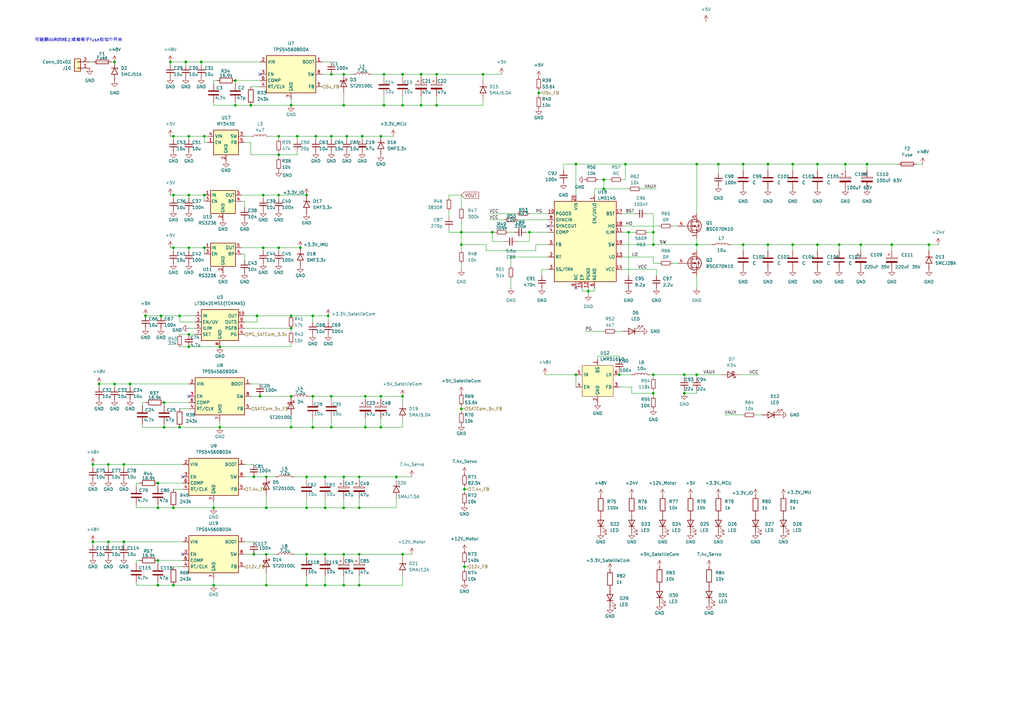
<source format=kicad_sch>
(kicad_sch (version 20250114) (generator "eeschema") (generator_version "9.0")
  (paper "A3")
  (text "可能要出来的线上或者板子fuse后加个开关" (at 32.258 16.51 0) (effects (font (size 1.27 1.27))))
  (junction (at 353.06 100.33))
  (junction (at 165.1 43.18))
  (junction (at 71.12 208.28))
  (junction (at 119.38 175.26))
  (junction (at 335.28 67.31))
  (junction (at 294.64 67.31))
  (junction (at 125.73 80.01))
  (junction (at 267.97 95.25))
  (junction (at 73.66 175.26))
  (junction (at 125.73 240.03))
  (junction (at 140.97 43.18))
  (junction (at 134.62 129.54))
  (junction (at 133.35 227.33))
  (junction (at 280.67 153.67))
  (junction (at 109.22 208.28))
  (junction (at 114.3 101.6))
  (junction (at 147.32 227.33))
  (junction (at 156.21 162.56))
  (junction (at 77.47 80.01))
  (junction (at 64.77 229.87))
  (junction (at 67.31 165.1))
  (junction (at 77.47 55.88))
  (junction (at 135.89 30.48))
  (junction (at 83.82 101.6))
  (junction (at 335.28 100.33))
  (junction (at 241.3 119.38))
  (junction (at 125.73 227.33))
  (junction (at 344.17 100.33))
  (junction (at 172.72 43.18))
  (junction (at 125.73 195.58))
  (junction (at 140.97 227.33))
  (junction (at 71.12 101.6))
  (junction (at 314.96 100.33))
  (junction (at 133.35 195.58))
  (junction (at 365.76 100.33))
  (junction (at 106.68 162.56))
  (junction (at 82.55 25.4))
  (junction (at 71.12 240.03))
  (junction (at 156.21 175.26))
  (junction (at 50.8 190.5))
  (junction (at 64.77 198.12))
  (junction (at 149.86 162.56))
  (junction (at 156.21 55.88))
  (junction (at 119.38 162.56))
  (junction (at 107.95 80.01))
  (junction (at 285.75 67.31))
  (junction (at 325.12 67.31))
  (junction (at 114.3 55.88))
  (junction (at 96.52 43.18))
  (junction (at 53.34 157.48))
  (junction (at 147.32 208.28))
  (junction (at 71.12 55.88))
  (junction (at 105.41 129.54))
  (junction (at 109.22 227.33))
  (junction (at 256.54 67.31))
  (junction (at 236.22 153.67))
  (junction (at 83.82 55.88))
  (junction (at 165.1 227.33))
  (junction (at 109.22 240.03))
  (junction (at 285.75 100.33))
  (junction (at 128.27 175.26))
  (junction (at 140.97 195.58))
  (junction (at 198.12 30.48))
  (junction (at 135.89 55.88))
  (junction (at 46.99 25.4))
  (junction (at 40.64 157.48))
  (junction (at 190.5 232.41))
  (junction (at 190.5 200.66))
  (junction (at 109.22 195.58))
  (junction (at 64.77 240.03))
  (junction (at 38.1 190.5))
  (junction (at 119.38 43.18))
  (junction (at 257.81 95.25))
  (junction (at 140.97 240.03))
  (junction (at 280.67 161.29))
  (junction (at 114.3 63.5))
  (junction (at 236.22 67.31))
  (junction (at 140.97 208.28))
  (junction (at 149.86 175.26))
  (junction (at 123.19 101.6))
  (junction (at 179.07 43.18))
  (junction (at 83.82 80.01))
  (junction (at 133.35 208.28))
  (junction (at 44.45 222.25))
  (junction (at 355.6 67.31))
  (junction (at 77.47 101.6))
  (junction (at 44.45 190.5))
  (junction (at 148.59 55.88))
  (junction (at 346.71 67.31))
  (junction (at 87.63 240.03))
  (junction (at 142.24 55.88))
  (junction (at 157.48 30.48))
  (junction (at 128.27 162.56))
  (junction (at 325.12 100.33))
  (junction (at 267.97 161.29))
  (junction (at 90.17 142.24))
  (junction (at 165.1 30.48))
  (junction (at 285.75 153.67))
  (junction (at 87.63 208.28))
  (junction (at 128.27 129.54))
  (junction (at 165.1 162.56))
  (junction (at 179.07 30.48))
  (junction (at 96.52 33.02))
  (junction (at 147.32 195.58))
  (junction (at 129.54 55.88))
  (junction (at 125.73 208.28))
  (junction (at 46.99 157.48))
  (junction (at 121.92 55.88))
  (junction (at 59.69 129.54))
  (junction (at 38.1 222.25))
  (junction (at 90.17 175.26))
  (junction (at 50.8 222.25))
  (junction (at 189.23 167.64))
  (junction (at 76.2 25.4))
  (junction (at 67.31 175.26))
  (junction (at 102.87 43.18))
  (junction (at 147.32 240.03))
  (junction (at 133.35 240.03))
  (junction (at 135.89 175.26))
  (junction (at 114.3 80.01))
  (junction (at 267.97 153.67))
  (junction (at 247.65 77.47))
  (junction (at 162.56 195.58))
  (junction (at 172.72 30.48))
  (junction (at 107.95 101.6))
  (junction (at 73.66 129.54))
  (junction (at 381 100.33))
  (junction (at 77.47 137.16))
  (junction (at 119.38 134.62))
  (junction (at 254 153.67))
  (junction (at 104.14 227.33))
  (junction (at 189.23 95.25))
  (junction (at 189.23 100.33))
  (junction (at 119.38 129.54))
  (junction (at 69.85 25.4))
  (junction (at 220.98 38.1))
  (junction (at 304.8 100.33))
  (junction (at 267.97 100.33))
  (junction (at 314.96 67.31))
  (junction (at 66.04 129.54))
  (junction (at 201.93 95.25))
  (junction (at 304.8 67.31))
  (junction (at 64.77 208.28))
  (junction (at 104.14 195.58))
  (junction (at 247.65 73.66))
  (junction (at 135.89 162.56))
  (junction (at 77.47 142.24))
  (junction (at 157.48 43.18))
  (junction (at 140.97 30.48))
  (junction (at 217.17 95.25))
  (junction (at 71.12 80.01))
  (no_connect (at 77.47 162.56))
  (no_connect (at 74.93 195.58))
  (no_connect (at 236.22 118.11))
  (no_connect (at 224.79 92.71))
  (no_connect (at 106.68 30.48))
  (no_connect (at 74.93 227.33))
  (wire (pts (xy 142.24 57.15) (xy 142.24 55.88)))
  (wire (pts (xy 147.32 195.58) (xy 162.56 195.58)))
  (wire (pts (xy 71.12 55.88) (xy 77.47 55.88)))
  (wire (pts (xy 280.67 154.94) (xy 280.67 153.67)))
  (wire (pts (xy 59.69 165.1) (xy 58.42 165.1)))
  (wire (pts (xy 69.85 55.88) (xy 71.12 55.88)))
  (wire (pts (xy 147.32 208.28) (xy 162.56 208.28)))
  (wire (pts (xy 285.75 87.63) (xy 285.75 67.31)))
  (wire (pts (xy 55.88 229.87) (xy 55.88 231.14)))
  (wire (pts (xy 144.78 30.48) (xy 140.97 30.48)))
  (wire (pts (xy 147.32 204.47) (xy 147.32 208.28)))
  (wire (pts (xy 294.64 67.31) (xy 304.8 67.31)))
  (wire (pts (xy 254 153.67) (xy 259.08 153.67)))
  (wire (pts (xy 241.3 119.38) (xy 241.3 118.11)))
  (wire (pts (xy 109.22 227.33) (xy 104.14 227.33)))
  (wire (pts (xy 140.97 227.33) (xy 147.32 227.33)))
  (wire (pts (xy 114.3 101.6) (xy 114.3 102.87)))
  (wire (pts (xy 189.23 95.25) (xy 201.93 95.25)))
  (wire (pts (xy 120.65 195.58) (xy 125.73 195.58)))
  (wire (pts (xy 156.21 171.45) (xy 156.21 175.26)))
  (wire (pts (xy 96.52 41.91) (xy 96.52 43.18)))
  (wire (pts (xy 109.22 208.28) (xy 109.22 203.2)))
  (wire (pts (xy 85.09 58.42) (xy 83.82 58.42)))
  (wire (pts (xy 77.47 134.62) (xy 80.01 134.62)))
  (wire (pts (xy 165.1 43.18) (xy 172.72 43.18)))
  (wire (pts (xy 212.09 99.06) (xy 217.17 99.06)))
  (wire (pts (xy 285.75 100.33) (xy 292.1 100.33)))
  (wire (pts (xy 77.47 101.6) (xy 83.82 101.6)))
  (wire (pts (xy 83.82 55.88) (xy 85.09 55.88)))
  (wire (pts (xy 231.14 67.31) (xy 231.14 69.85)))
  (wire (pts (xy 266.7 153.67) (xy 267.97 153.67)))
  (wire (pts (xy 125.73 208.28) (xy 109.22 208.28)))
  (wire (pts (xy 236.22 153.67) (xy 236.22 158.75)))
  (wire (pts (xy 96.52 34.29) (xy 96.52 33.02)))
  (wire (pts (xy 243.84 77.47) (xy 243.84 80.01)))
  (wire (pts (xy 134.62 129.54) (xy 128.27 129.54)))
  (wire (pts (xy 223.52 153.67) (xy 236.22 153.67)))
  (wire (pts (xy 90.17 175.26) (xy 73.66 175.26)))
  (wire (pts (xy 267.97 153.67) (xy 280.67 153.67)))
  (wire (pts (xy 142.24 55.88) (xy 148.59 55.88)))
  (wire (pts (xy 325.12 100.33) (xy 325.12 102.87)))
  (wire (pts (xy 304.8 100.33) (xy 314.96 100.33)))
  (wire (pts (xy 255.27 92.71) (xy 270.51 92.71)))
  (wire (pts (xy 140.97 43.18) (xy 140.97 38.1)))
  (wire (pts (xy 285.75 153.67) (xy 295.91 153.67)))
  (wire (pts (xy 128.27 132.08) (xy 128.27 129.54)))
  (wire (pts (xy 132.08 25.4) (xy 135.89 25.4)))
  (wire (pts (xy 314.96 67.31) (xy 314.96 69.85)))
  (wire (pts (xy 119.38 175.26) (xy 119.38 170.18)))
  (wire (pts (xy 355.6 67.31) (xy 355.6 69.85)))
  (wire (pts (xy 165.1 236.22) (xy 165.1 240.03)))
  (wire (pts (xy 133.35 228.6) (xy 133.35 227.33)))
  (wire (pts (xy 147.32 236.22) (xy 147.32 240.03)))
  (wire (pts (xy 353.06 100.33) (xy 353.06 102.87)))
  (wire (pts (xy 179.07 43.18) (xy 198.12 43.18)))
  (wire (pts (xy 224.79 105.41) (xy 209.55 105.41)))
  (wire (pts (xy 190.5 232.41) (xy 191.77 232.41)))
  (wire (pts (xy 113.03 195.58) (xy 109.22 195.58)))
  (wire (pts (xy 148.59 55.88) (xy 148.59 57.15)))
  (wire (pts (xy 190.5 199.39) (xy 190.5 200.66)))
  (wire (pts (xy 299.72 100.33) (xy 304.8 100.33)))
  (wire (pts (xy 106.68 162.56) (xy 119.38 162.56)))
  (wire (pts (xy 38.1 190.5) (xy 44.45 190.5)))
  (wire (pts (xy 149.86 175.26) (xy 156.21 175.26)))
  (wire (pts (xy 152.4 30.48) (xy 157.48 30.48)))
  (wire (pts (xy 220.98 36.83) (xy 220.98 38.1)))
  (wire (pts (xy 236.22 67.31) (xy 236.22 80.01)))
  (wire (pts (xy 140.97 196.85) (xy 140.97 195.58)))
  (wire (pts (xy 55.88 208.28) (xy 64.77 208.28)))
  (wire (pts (xy 119.38 43.18) (xy 140.97 43.18)))
  (wire (pts (xy 381 100.33) (xy 381 102.87)))
  (wire (pts (xy 381 100.33) (xy 384.81 100.33)))
  (wire (pts (xy 147.32 196.85) (xy 147.32 195.58)))
  (wire (pts (xy 346.71 67.31) (xy 346.71 69.85)))
  (wire (pts (xy 165.1 43.18) (xy 157.48 43.18)))
  (wire (pts (xy 245.11 146.05) (xy 254 146.05)))
  (wire (pts (xy 285.75 97.79) (xy 285.75 100.33)))
  (wire (pts (xy 140.97 236.22) (xy 140.97 240.03)))
  (wire (pts (xy 73.66 137.16) (xy 77.47 137.16)))
  (wire (pts (xy 71.12 57.15) (xy 71.12 55.88)))
  (wire (pts (xy 133.35 227.33) (xy 140.97 227.33)))
  (wire (pts (xy 254 146.05) (xy 254 147.32)))
  (wire (pts (xy 46.99 158.75) (xy 46.99 157.48)))
  (wire (pts (xy 88.9 33.02) (xy 87.63 33.02)))
  (wire (pts (xy 255.27 110.49) (xy 269.24 110.49)))
  (wire (pts (xy 113.03 227.33) (xy 109.22 227.33)))
  (wire (pts (xy 179.07 31.75) (xy 179.07 30.48)))
  (wire (pts (xy 44.45 223.52) (xy 44.45 222.25)))
  (wire (pts (xy 184.15 93.98) (xy 184.15 95.25)))
  (wire (pts (xy 53.34 157.48) (xy 77.47 157.48)))
  (wire (pts (xy 71.12 81.28) (xy 71.12 80.01)))
  (wire (pts (xy 38.1 222.25) (xy 44.45 222.25)))
  (wire (pts (xy 162.56 204.47) (xy 162.56 208.28)))
  (wire (pts (xy 133.35 195.58) (xy 125.73 195.58)))
  (wire (pts (xy 212.09 90.17) (xy 224.79 90.17)))
  (wire (pts (xy 269.24 77.47) (xy 262.89 77.47)))
  (wire (pts (xy 267.97 100.33) (xy 285.75 100.33)))
  (wire (pts (xy 77.47 137.16) (xy 80.01 137.16)))
  (wire (pts (xy 189.23 167.64) (xy 190.5 167.64)))
  (wire (pts (xy 99.06 80.01) (xy 107.95 80.01)))
  (wire (pts (xy 46.99 157.48) (xy 53.34 157.48)))
  (wire (pts (xy 40.64 157.48) (xy 46.99 157.48)))
  (wire (pts (xy 38.1 191.77) (xy 38.1 190.5)))
  (wire (pts (xy 135.89 162.56) (xy 149.86 162.56)))
  (wire (pts (xy 269.24 110.49) (xy 269.24 113.03)))
  (wire (pts (xy 135.89 57.15) (xy 135.89 55.88)))
  (wire (pts (xy 96.52 33.02) (xy 106.68 33.02)))
  (wire (pts (xy 133.35 227.33) (xy 125.73 227.33)))
  (wire (pts (xy 280.67 160.02) (xy 280.67 161.29)))
  (wire (pts (xy 243.84 118.11) (xy 243.84 119.38)))
  (wire (pts (xy 200.66 87.63) (xy 212.09 87.63)))
  (wire (pts (xy 67.31 173.99) (xy 67.31 175.26)))
  (wire (pts (xy 135.89 175.26) (xy 128.27 175.26)))
  (wire (pts (xy 309.88 170.18) (xy 312.42 170.18)))
  (wire (pts (xy 168.91 195.58) (xy 162.56 195.58)))
  (wire (pts (xy 257.81 95.25) (xy 257.81 113.03)))
  (wire (pts (xy 38.1 223.52) (xy 38.1 222.25)))
  (wire (pts (xy 73.66 142.24) (xy 77.47 142.24)))
  (wire (pts (xy 114.3 55.88) (xy 114.3 57.15)))
  (wire (pts (xy 179.07 30.48) (xy 198.12 30.48)))
  (wire (pts (xy 254 152.4) (xy 254 153.67)))
  (wire (pts (xy 125.73 236.22) (xy 125.73 240.03)))
  (wire (pts (xy 77.47 80.01) (xy 77.47 81.28)))
  (wire (pts (xy 64.77 199.39) (xy 64.77 198.12)))
  (wire (pts (xy 50.8 190.5) (xy 50.8 191.77)))
  (wire (pts (xy 133.35 208.28) (xy 140.97 208.28)))
  (wire (pts (xy 110.49 55.88) (xy 114.3 55.88)))
  (wire (pts (xy 64.77 208.28) (xy 71.12 208.28)))
  (wire (pts (xy 184.15 86.36) (xy 184.15 88.9)))
  (wire (pts (xy 121.92 62.23) (xy 121.92 63.5)))
  (wire (pts (xy 77.47 101.6) (xy 77.47 102.87)))
  (wire (pts (xy 199.39 102.87) (xy 199.39 100.33)))
  (wire (pts (xy 236.22 67.31) (xy 256.54 67.31)))
  (wire (pts (xy 165.1 172.72) (xy 165.1 175.26)))
  (wire (pts (xy 219.71 100.33) (xy 219.71 102.87)))
  (wire (pts (xy 285.75 113.03) (xy 285.75 118.11)))
  (wire (pts (xy 189.23 167.64) (xy 189.23 168.91)))
  (wire (pts (xy 353.06 100.33) (xy 365.76 100.33)))
  (wire (pts (xy 77.47 142.24) (xy 90.17 142.24)))
  (wire (pts (xy 165.1 30.48) (xy 157.48 30.48)))
  (wire (pts (xy 102.87 35.56) (xy 106.68 35.56)))
  (wire (pts (xy 335.28 67.31) (xy 335.28 69.85)))
  (wire (pts (xy 280.67 161.29) (xy 285.75 161.29)))
  (wire (pts (xy 207.01 99.06) (xy 201.93 99.06)))
  (wire (pts (xy 64.77 238.76) (xy 64.77 240.03)))
  (wire (pts (xy 156.21 163.83) (xy 156.21 162.56)))
  (wire (pts (xy 105.41 129.54) (xy 119.38 129.54)))
  (wire (pts (xy 105.41 132.08) (xy 105.41 129.54)))
  (wire (pts (xy 119.38 40.64) (xy 119.38 43.18)))
  (wire (pts (xy 64.77 240.03) (xy 71.12 240.03)))
  (wire (pts (xy 77.47 80.01) (xy 83.82 80.01)))
  (wire (pts (xy 241.3 120.65) (xy 241.3 119.38)))
  (wire (pts (xy 109.22 195.58) (xy 104.14 195.58)))
  (wire (pts (xy 247.65 77.47) (xy 247.65 73.66)))
  (wire (pts (xy 87.63 240.03) (xy 71.12 240.03)))
  (wire (pts (xy 304.8 67.31) (xy 304.8 69.85)))
  (wire (pts (xy 168.91 227.33) (xy 165.1 227.33)))
  (wire (pts (xy 149.86 163.83) (xy 149.86 162.56)))
  (wire (pts (xy 125.73 195.58) (xy 125.73 196.85)))
  (wire (pts (xy 280.67 153.67) (xy 285.75 153.67)))
  (wire (pts (xy 148.59 55.88) (xy 156.21 55.88)))
  (wire (pts (xy 133.35 240.03) (xy 125.73 240.03)))
  (wire (pts (xy 365.76 100.33) (xy 381 100.33)))
  (wire (pts (xy 256.54 67.31) (xy 285.75 67.31)))
  (wire (pts (xy 69.85 101.6) (xy 71.12 101.6)))
  (wire (pts (xy 119.38 129.54) (xy 128.27 129.54)))
  (wire (pts (xy 217.17 95.25) (xy 224.79 95.25)))
  (wire (pts (xy 189.23 166.37) (xy 189.23 167.64)))
  (wire (pts (xy 255.27 100.33) (xy 267.97 100.33)))
  (wire (pts (xy 99.06 101.6) (xy 107.95 101.6)))
  (wire (pts (xy 67.31 166.37) (xy 67.31 165.1)))
  (wire (pts (xy 87.63 205.74) (xy 87.63 208.28)))
  (wire (pts (xy 102.87 157.48) (xy 106.68 157.48)))
  (wire (pts (xy 132.08 30.48) (xy 135.89 30.48)))
  (wire (pts (xy 147.32 240.03) (xy 165.1 240.03)))
  (wire (pts (xy 99.06 82.55) (xy 100.33 82.55)))
  (wire (pts (xy 53.34 157.48) (xy 53.34 158.75)))
  (wire (pts (xy 275.59 107.95) (xy 278.13 107.95)))
  (wire (pts (xy 114.3 101.6) (xy 123.19 101.6)))
  (wire (pts (xy 200.66 90.17) (xy 207.01 90.17)))
  (wire (pts (xy 100.33 222.25) (xy 104.14 222.25)))
  (wire (pts (xy 140.97 195.58) (xy 147.32 195.58)))
  (wire (pts (xy 165.1 39.37) (xy 165.1 43.18)))
  (wire (pts (xy 220.98 38.1) (xy 220.98 39.37)))
  (wire (pts (xy 100.33 195.58) (xy 104.14 195.58)))
  (wire (pts (xy 199.39 102.87) (xy 219.71 102.87)))
  (wire (pts (xy 80.01 132.08) (xy 73.66 132.08)))
  (wire (pts (xy 100.33 104.14) (xy 100.33 106.68)))
  (wire (pts (xy 55.88 207.01) (xy 55.88 208.28)))
  (wire (pts (xy 247.65 73.66) (xy 250.19 73.66)))
  (wire (pts (xy 133.35 240.03) (xy 140.97 240.03)))
  (wire (pts (xy 119.38 43.18) (xy 102.87 43.18)))
  (wire (pts (xy 208.28 95.25) (xy 210.82 95.25)))
  (wire (pts (xy 189.23 100.33) (xy 189.23 102.87)))
  (wire (pts (xy 189.23 80.01) (xy 189.23 85.09)))
  (wire (pts (xy 107.95 80.01) (xy 114.3 80.01)))
  (wire (pts (xy 64.77 207.01) (xy 64.77 208.28)))
  (wire (pts (xy 222.25 110.49) (xy 224.79 110.49)))
  (wire (pts (xy 100.33 190.5) (xy 104.14 190.5)))
  (wire (pts (xy 209.55 114.3) (xy 209.55 118.11)))
  (wire (pts (xy 267.97 162.56) (xy 267.97 161.29)))
  (wire (pts (xy 134.62 132.08) (xy 134.62 129.54)))
  (wire (pts (xy 55.88 198.12) (xy 55.88 199.39)))
  (wire (pts (xy 128.27 171.45) (xy 128.27 175.26)))
  (wire (pts (xy 199.39 100.33) (xy 189.23 100.33)))
  (wire (pts (xy 189.23 90.17) (xy 189.23 95.25)))
  (wire (pts (xy 96.52 43.18) (xy 102.87 43.18)))
  (wire (pts (xy 198.12 33.02) (xy 198.12 30.48)))
  (wire (pts (xy 198.12 40.64) (xy 198.12 43.18)))
  (wire (pts (xy 58.42 165.1) (xy 58.42 166.37)))
  (wire (pts (xy 346.71 67.31) (xy 355.6 67.31)))
  (wire (pts (xy 100.33 58.42) (xy 102.87 58.42)))
  (wire (pts (xy 64.77 231.14) (xy 64.77 229.87)))
  (wire (pts (xy 325.12 100.33) (xy 335.28 100.33)))
  (wire (pts (xy 125.73 204.47) (xy 125.73 208.28)))
  (wire (pts (xy 107.95 101.6) (xy 107.95 102.87)))
  (wire (pts (xy 50.8 222.25) (xy 74.93 222.25)))
  (wire (pts (xy 119.38 134.62) (xy 119.38 135.89)))
  (wire (pts (xy 135.89 162.56) (xy 128.27 162.56)))
  (wire (pts (xy 135.89 55.88) (xy 142.24 55.88)))
  (wire (pts (xy 275.59 92.71) (xy 278.13 92.71)))
  (wire (pts (xy 254 158.75) (xy 259.08 158.75)))
  (wire (pts (xy 238.76 119.38) (xy 241.3 119.38)))
  (wire (pts (xy 73.66 132.08) (xy 73.66 129.54)))
  (wire (pts (xy 114.3 63.5) (xy 121.92 63.5)))
  (wire (pts (xy 107.95 80.01) (xy 107.95 81.28)))
  (wire (pts (xy 245.11 73.66) (xy 247.65 73.66)))
  (wire (pts (xy 285.75 100.33) (xy 285.75 102.87)))
  (wire (pts (xy 149.86 162.56) (xy 156.21 162.56)))
  (wire (pts (xy 255.27 105.41) (xy 267.97 105.41)))
  (wire (pts (xy 314.96 100.33) (xy 314.96 102.87)))
  (wire (pts (xy 189.23 95.25) (xy 189.23 100.33)))
  (wire (pts (xy 135.89 175.26) (xy 149.86 175.26)))
  (wire (pts (xy 179.07 39.37) (xy 179.07 43.18)))
  (wire (pts (xy 135.89 163.83) (xy 135.89 162.56)))
  (wire (pts (xy 190.5 231.14) (xy 190.5 232.41)))
  (wire (pts (xy 87.63 41.91) (xy 87.63 43.18)))
  (wire (pts (xy 147.32 227.33) (xy 165.1 227.33)))
  (wire (pts (xy 255.27 73.66) (xy 256.54 73.66)))
  (wire (pts (xy 109.22 240.03) (xy 109.22 234.95)))
  (wire (pts (xy 87.63 237.49) (xy 87.63 240.03)))
  (wire (pts (xy 133.35 195.58) (xy 140.97 195.58)))
  (wire (pts (xy 114.3 63.5) (xy 114.3 62.23)))
  (wire (pts (xy 125.73 227.33) (xy 125.73 228.6)))
  (wire (pts (xy 125.73 240.03) (xy 109.22 240.03)))
  (wire (pts (xy 57.15 229.87) (xy 55.88 229.87)))
  (wire (pts (xy 73.66 129.54) (xy 80.01 129.54)))
  (wire (pts (xy 71.12 200.66) (xy 74.93 200.66)))
  (wire (pts (xy 71.12 102.87) (xy 71.12 101.6)))
  (wire (pts (xy 257.81 95.25) (xy 260.35 95.25)))
  (wire (pts (xy 73.66 167.64) (xy 77.47 167.64)))
  (wire (pts (xy 44.45 190.5) (xy 50.8 190.5)))
  (wire (pts (xy 303.53 153.67) (xy 311.15 153.67)))
  (wire (pts (xy 114.3 80.01) (xy 125.73 80.01)))
  (wire (pts (xy 121.92 55.88) (xy 121.92 57.15)))
  (wire (pts (xy 105.41 129.54) (xy 100.33 129.54)))
  (wire (pts (xy 140.97 30.48) (xy 135.89 30.48)))
  (wire (pts (xy 240.03 135.89) (xy 247.65 135.89)))
  (wire (pts (xy 247.65 77.47) (xy 257.81 77.47)))
  (wire (pts (xy 238.76 118.11) (xy 238.76 119.38)))
  (wire (pts (xy 201.93 95.25) (xy 203.2 95.25)))
  (wire (pts (xy 285.75 160.02) (xy 285.75 161.29)))
  (wire (pts (xy 69.85 25.4) (xy 76.2 25.4)))
  (wire (pts (xy 172.72 30.48) (xy 179.07 30.48)))
  (wire (pts (xy 184.15 81.28) (xy 184.15 80.01)))
  (wire (pts (xy 50.8 190.5) (xy 74.93 190.5)))
  (wire (pts (xy 140.97 208.28) (xy 147.32 208.28)))
  (wire (pts (xy 304.8 100.33) (xy 304.8 102.87)))
  (wire (pts (xy 165.1 175.26) (xy 156.21 175.26)))
  (wire (pts (xy 314.96 67.31) (xy 325.12 67.31)))
  (wire (pts (xy 114.3 80.01) (xy 114.3 81.28)))
  (wire (pts (xy 217.17 87.63) (xy 224.79 87.63)))
  (wire (pts (xy 165.1 30.48) (xy 172.72 30.48)))
  (wire (pts (xy 297.18 170.18) (xy 304.8 170.18)))
  (wire (pts (xy 245.11 147.32) (xy 245.11 146.05)))
  (wire (pts (xy 259.08 158.75) (xy 259.08 161.29)))
  (wire (pts (xy 102.87 58.42) (xy 102.87 63.5)))
  (wire (pts (xy 156.21 55.88) (xy 161.29 55.88)))
  (wire (pts (xy 304.8 67.31) (xy 314.96 67.31)))
  (wire (pts (xy 222.25 113.03) (xy 222.25 110.49)))
  (wire (pts (xy 285.75 154.94) (xy 285.75 153.67)))
  (wire (pts (xy 100.33 134.62) (xy 119.38 134.62)))
  (wire (pts (xy 69.85 26.67) (xy 69.85 25.4)))
  (wire (pts (xy 198.12 30.48) (xy 205.74 30.48)))
  (wire (pts (xy 165.1 162.56) (xy 156.21 162.56)))
  (wire (pts (xy 67.31 165.1) (xy 77.47 165.1)))
  (wire (pts (xy 314.96 100.33) (xy 325.12 100.33)))
  (wire (pts (xy 87.63 43.18) (xy 96.52 43.18)))
  (wire (pts (xy 190.5 200.66) (xy 191.77 200.66)))
  (wire (pts (xy 58.42 175.26) (xy 67.31 175.26)))
  (wire (pts (xy 190.5 200.66) (xy 190.5 201.93)))
  (wire (pts (xy 102.87 55.88) (xy 100.33 55.88)))
  (wire (pts (xy 114.3 55.88) (xy 121.92 55.88)))
  (wire (pts (xy 59.69 129.54) (xy 66.04 129.54)))
  (wire (pts (xy 76.2 25.4) (xy 82.55 25.4)))
  (wire (pts (xy 127 162.56) (xy 128.27 162.56)))
  (wire (pts (xy 217.17 99.06) (xy 217.17 95.25)))
  (wire (pts (xy 100.33 132.08) (xy 105.41 132.08)))
  (wire (pts (xy 294.64 67.31) (xy 294.64 71.12)))
  (wire (pts (xy 165.1 227.33) (xy 165.1 228.6)))
  (wire (pts (xy 220.98 38.1) (xy 222.25 38.1)))
  (wire (pts (xy 77.47 57.15) (xy 77.47 55.88)))
  (wire (pts (xy 64.77 198.12) (xy 74.93 198.12)))
  (wire (pts (xy 66.04 129.54) (xy 73.66 129.54)))
  (wire (pts (xy 140.97 228.6) (xy 140.97 227.33)))
  (wire (pts (xy 120.65 227.33) (xy 125.73 227.33)))
  (wire (pts (xy 172.72 39.37) (xy 172.72 43.18)))
  (wire (pts (xy 344.17 100.33) (xy 344.17 102.87)))
  (wire (pts (xy 82.55 25.4) (xy 106.68 25.4)))
  (wire (pts (xy 375.92 67.31) (xy 378.46 67.31)))
  (wire (pts (xy 135.89 171.45) (xy 135.89 175.26)))
  (wire (pts (xy 129.54 55.88) (xy 135.89 55.88)))
  (wire (pts (xy 121.92 55.88) (xy 129.54 55.88)))
  (wire (pts (xy 256.54 73.66) (xy 256.54 67.31)))
  (wire (pts (xy 82.55 25.4) (xy 82.55 26.67)))
  (wire (pts (xy 325.12 67.31) (xy 335.28 67.31)))
  (wire (pts (xy 172.72 31.75) (xy 172.72 30.48)))
  (wire (pts (xy 255.27 87.63) (xy 260.35 87.63)))
  (wire (pts (xy 87.63 33.02) (xy 87.63 34.29)))
  (wire (pts (xy 128.27 162.56) (xy 128.27 163.83)))
  (wire (pts (xy 133.35 196.85) (xy 133.35 195.58)))
  (wire (pts (xy 344.17 100.33) (xy 353.06 100.33)))
  (wire (pts (xy 335.28 100.33) (xy 344.17 100.33)))
  (wire (pts (xy 40.64 158.75) (xy 40.64 157.48)))
  (wire (pts (xy 129.54 57.15) (xy 129.54 55.88)))
  (wire (pts (xy 267.97 87.63) (xy 267.97 95.25)))
  (wire (pts (xy 114.3 64.77) (xy 114.3 63.5)))
  (wire (pts (xy 267.97 154.94) (xy 267.97 153.67)))
  (wire (pts (xy 201.93 99.06) (xy 201.93 95.25)))
  (wire (pts (xy 335.28 67.31) (xy 346.71 67.31)))
  (wire (pts (xy 44.45 191.77) (xy 44.45 190.5)))
  (wire (pts (xy 365.76 100.33) (xy 365.76 102.87)))
  (wire (pts (xy 162.56 195.58) (xy 162.56 196.85)))
  (wire (pts (xy 36.83 25.4) (xy 38.1 25.4)))
  (wire (pts (xy 44.45 222.25) (xy 50.8 222.25)))
  (wire (pts (xy 87.63 208.28) (xy 109.22 208.28)))
  (wire (pts (xy 241.3 119.38) (xy 243.84 119.38)))
  (wire (pts (xy 119.38 142.24) (xy 119.38 140.97)))
  (wire (pts (xy 128.27 175.26) (xy 119.38 175.26)))
  (wire (pts (xy 64.77 229.87) (xy 74.93 229.87)))
  (wire (pts (xy 267.97 105.41) (xy 267.97 107.95)))
  (wire (pts (xy 58.42 173.99) (xy 58.42 175.26)))
  (wire (pts (xy 157.48 43.18) (xy 140.97 43.18)))
  (wire (pts (xy 355.6 67.31) (xy 368.3 67.31)))
  (wire (pts (xy 100.33 82.55) (xy 100.33 85.09)))
  (wire (pts (xy 57.15 198.12) (xy 55.88 198.12)))
  (wire (pts (xy 87.63 240.03) (xy 109.22 240.03)))
  (wire (pts (xy 133.35 208.28) (xy 125.73 208.28)))
  (wire (pts (xy 90.17 172.72) (xy 90.17 175.26)))
  (wire (pts (xy 133.35 204.47) (xy 133.35 208.28)))
  (wire (pts (xy 265.43 87.63) (xy 267.97 87.63)))
  (wire (pts (xy 285.75 67.31) (xy 294.64 67.31)))
  (wire (pts (xy 189.23 107.95) (xy 189.23 110.49)))
  (wire (pts (xy 215.9 95.25) (xy 217.17 95.25)))
  (wire (pts (xy 100.33 227.33) (xy 104.14 227.33)))
  (wire (pts (xy 267.97 107.95) (xy 270.51 107.95)))
  (wire (pts (xy 71.12 101.6) (xy 77.47 101.6)))
  (wire (pts (xy 90.17 142.24) (xy 119.38 142.24)))
  (wire (pts (xy 243.84 77.47) (xy 247.65 77.47)))
  (wire (pts (xy 83.82 55.88) (xy 83.82 58.42)))
  (wire (pts (xy 265.43 95.25) (xy 267.97 95.25)))
  (wire (pts (xy 231.14 67.31) (xy 236.22 67.31)))
  (wire (pts (xy 252.73 135.89) (xy 255.27 135.89)))
  (wire (pts (xy 147.32 227.33) (xy 147.32 228.6)))
  (wire (pts (xy 55.88 240.03) (xy 64.77 240.03)))
  (wire (pts (xy 102.87 63.5) (xy 114.3 63.5)))
  (wire (pts (xy 107.95 101.6) (xy 114.3 101.6)))
  (wire (pts (xy 83.82 101.6) (xy 83.82 104.14)))
  (wire (pts (xy 87.63 208.28) (xy 71.12 208.28)))
  (wire (pts (xy 259.08 161.29) (xy 267.97 161.29)))
  (wire (pts (xy 157.48 39.37) (xy 157.48 43.18)))
  (wire (pts (xy 149.86 171.45) (xy 149.86 175.26)))
  (wire (pts (xy 325.12 67.31) (xy 325.12 69.85)))
  (wire (pts (xy 90.17 175.26) (xy 119.38 175.26)))
  (wire (pts (xy 184.15 80.01) (xy 189.23 80.01)))
  (wire (pts (xy 267.97 95.25) (xy 267.97 100.33)))
  (wire (pts (xy 69.85 80.01) (xy 71.12 80.01)))
  (wire (pts (xy 133.35 236.22) (xy 133.35 240.03)))
  (wire (pts (xy 172.72 43.18) (xy 179.07 43.18)))
  (wire (pts (xy 190.5 232.41) (xy 190.5 233.68)))
  (wire (pts (xy 224.79 100.33) (xy 219.71 100.33)))
  (wire (pts (xy 165.1 162.56) (xy 165.1 165.1)))
  (wire (pts (xy 209.55 105.41) (xy 209.55 109.22)))
  (wire (pts (xy 67.31 175.26) (xy 73.66 175.26)))
  (wire (pts (xy 267.97 161.29) (xy 267.97 160.02)))
  (wire (pts (xy 55.88 238.76) (xy 55.88 240.03)))
  (wire (pts (xy 76.2 26.67) (xy 76.2 25.4)))
  (wire (pts (xy 71.12 80.01) (xy 77.47 80.01)))
  (wire (pts (xy 165.1 31.75) (xy 165.1 30.48)))
  (wire (pts (xy 255.27 95.25) (xy 257.81 95.25)))
  (wire (pts (xy 77.47 55.88) (xy 83.82 55.88)))
  (wire (pts (xy 140.97 240.03) (xy 147.32 240.03)))
  (wire (pts (xy 140.97 204.47) (xy 140.97 208.28)))
  (wire (pts (xy 157.48 30.48) (xy 157.48 31.75)))
  (wire (pts (xy 46.99 25.4) (xy 45.72 25.4)))
  (wire (pts (xy 83.82 80.01) (xy 83.82 82.55)))
  (wire (pts (xy 50.8 222.25) (xy 50.8 223.52)))
  (wire (pts (xy 71.12 232.41) (xy 74.93 232.41)))
  (wire (pts (xy 102.87 162.56) (xy 106.68 162.56)))
  (wire (pts (xy 99.06 104.14) (xy 100.33 104.14)))
  (wire (pts (xy 184.15 95.25) (xy 189.23 95.25)))
  (wire (pts (xy 335.28 100.33) (xy 335.28 102.87)))
  (label "VCC" (at 200.66 87.63 0))
  (label "VCC" (at 200.66 90.17 0))
  (label "BST" (at 256.54 87.63 0))
  (label "LO" (at 259.08 105.41 0))
  (label "VCC" (at 311.15 153.67 180))
  (label "VCC" (at 265.43 110.49 180))
  (label "SW" (at 270.51 100.33 0))
  (label "PG" (at 240.03 135.89 0))
  (label "VAUX" (at 297.18 170.18 0))
  (label "VAUX" (at 269.24 77.47 180))
  (label "PG" (at 219.71 87.63 0))
  (label "HO" (at 256.54 92.71 0))
  (label "VAUX" (at 293.37 153.67 180))
  (global_label "VOUT" (shape input) (at 189.23 80.01 0) (property "Intersheetrefs" "${INTERSHEET_REFS}" (effects (hide yes))))
  (hierarchical_label "SATCom_5v_FB" (shape input) (at 190.5 167.64 0))
  (hierarchical_label "5v_FB" (shape input) (at 132.08 35.56 0))
  (hierarchical_label "7.4v_FB" (shape input) (at 100.33 200.66 0))
  (hierarchical_label "5v_FB" (shape input) (at 222.25 38.1 0))
  (hierarchical_label "SATCom_5v_FB" (shape input) (at 102.87 167.64 0))
  (hierarchical_label "PG_SATCom_3.3v" (shape input) (at 100.33 137.16 0))
  (hierarchical_label "7.4v_FB" (shape input) (at 191.77 200.66 0))
  (hierarchical_label "12v_FB" (shape input) (at 191.77 232.41 0))
  (hierarchical_label "12v_FB" (shape input) (at 100.33 232.41 0))
  (symbol (lib_id "power:GND") (at 209.55 118.11 0) (unit 1)
    (property "Reference" "#PWR0203" (effects (hide yes)))
    (property "Value" "GND" (at 209.55 123.19 0))
    (property "Description" "Power symbol creates a global label with name \"GND\" , ground" (effects (hide yes)))
  )
  (symbol (lib_id "Device:C_Small") (at 66.04 132.08 0) (unit 1)
    (property "Reference" "C67" (at 67.31 130.81 0) (effects (justify left)))
    (property "Value" "100n" (at 67.31 133.35 0) (effects (justify left)))
    (property "Footprint" "Capacitor_SMD:C_0603_1608Metric" (effects (hide yes)))
  )
  (symbol (lib_id "Device:R_Small") (at 214.63 87.63 90) (unit 1)
    (property "Reference" "R53" (at 214.63 86.106 90))
    (property "Value" "4k7" (at 214.63 87.63 90))
    (property "Footprint" "Resistor_SMD:R_0603_1608Metric" (effects (hide yes)))
    (property "Description" "Resistor, small symbol" (effects (hide yes)))
  )
  (symbol (lib_id "Device:C_Small") (at 269.24 115.57 180) (unit 1)
    (property "Reference" "C97" (at 271.78 114.2935 0) (effects (justify right)))
    (property "Value" "2.2u" (at 271.78 116.8335 0) (effects (justify right)))
    (property "Footprint" "Capacitor_SMD:C_0603_1608Metric" (effects (hide yes)))
    (property "Description" "Unpolarized capacitor, small symbol" (effects (hide yes)))
  )
  (symbol (lib_name "LED_1") (lib_id "Device:LED") (at 270.51 243.84 90) (unit 1)
    (property "Reference" "D30" (at 274.32 244.1574 90) (effects (justify right)))
    (property "Value" "LED" (at 274.32 246.6974 90) (effects (justify right)))
    (property "Footprint" "LED_SMD:LED_0603_1608Metric" (effects (hide yes)))
    (property "Description" "Light emitting diode" (effects (hide yes)))
    (property "Sim.Pins" "1=K 2=A" (effects (hide yes)))
  )
  (symbol (lib_id "Diode:SMAJ5.0A") (at 165.1 168.91 270) (unit 1)
    (property "Reference" "D19" (at 167.64 167.6399 90) (effects (justify left)))
    (property "Value" "SMAJ5.0A" (at 167.64 170.1799 90) (effects (justify left)))
    (property "Footprint" "Diode_SMD:D_SMA" (effects (hide yes)))
    (property "Datasheet" "https://www.littelfuse.com/media?resourcetype=datasheets&itemid=75e32973-b177-4ee3-a0ff-cedaf1abdb93&filename=smaj-datasheet" (effects (hide yes)))
    (property "Description" "400W unidirectional Transient Voltage Suppressor, 5.0Vr, SMA(DO-214AC)" (effects (hide yes)))
  )
  (symbol (lib_id "Device:C_Small") (at 69.85 29.21 0) (unit 1)
    (property "Reference" "C29" (at 71.12 27.94 0) (effects (justify left)))
    (property "Value" "10u" (at 71.12 30.48 0) (effects (justify left)))
    (property "Footprint" "Capacitor_SMD:C_1206_3216Metric" (effects (hide yes)))
  )
  (symbol (lib_id "Device:C") (at 64.77 203.2 180) (unit 1)
    (property "Reference" "C80" (at 65.786 201.168 0) (effects (justify right)))
    (property "Value" "47p" (at 65.278 205.232 0) (effects (justify right)))
    (property "Footprint" "Capacitor_SMD:C_0603_1608Metric" (effects (hide yes)))
    (property "Description" "Unpolarized capacitor" (effects (hide yes)))
  )
  (symbol (lib_id "power:GND") (at 346.71 77.47 0) (unit 1)
    (property "Reference" "#PWR0225" (effects (hide yes)))
    (property "Value" "GND" (at 346.71 82.55 0))
    (property "Description" "Power symbol creates a global label with name \"GND\" , ground" (effects (hide yes)))
  )
  (symbol (lib_id "Device:LED") (at 316.23 170.18 180) (unit 1)
    (property "Reference" "D12" (at 317.8175 162.56 0))
    (property "Value" "LED" (at 317.8175 165.1 0))
    (property "Footprint" "LED_SMD:LED_0603_1608Metric" (effects (hide yes)))
    (property "Description" "Light emitting diode" (effects (hide yes)))
  )
  (symbol (lib_id "power:GND") (at 231.14 74.93 0) (mirror y) (unit 1)
    (property "Reference" "#PWR0206" (effects (hide yes)))
    (property "Value" "GND" (at 231.14 80.01 0))
    (property "Description" "Power symbol creates a global label with name \"GND\" , ground" (effects (hide yes)))
  )
  (symbol (lib_id "Device:C_Small") (at 262.89 87.63 90) (unit 1)
    (property "Reference" "C96" (at 262.8963 81.28 90))
    (property "Value" "100nF" (at 262.8963 83.82 90))
    (property "Footprint" "Capacitor_SMD:C_0603_1608Metric" (effects (hide yes)))
    (property "Description" "Unpolarized capacitor, small symbol" (effects (hide yes)))
  )
  (symbol (lib_id "Device:C_Small") (at 104.14 224.79 0) (unit 1)
    (property "Reference" "C117" (at 104.394 223.012 0) (effects (justify left)))
    (property "Value" "100n" (at 106.172 224.79 0) (effects (justify left)))
    (property "Footprint" "Capacitor_SMD:C_0603_1608Metric" (effects (hide yes)))
    (property "Description" "Unpolarized capacitor, small symbol" (effects (hide yes)))
  )
  (symbol (lib_id "power:+48V") (at 378.46 67.31 0) (unit 1)
    (property "Reference" "#PWR0231" (effects (hide yes)))
    (property "Value" "+48V" (at 378.46 62.23 0))
    (property "Description" "Power symbol creates a global label with name \"+48V\"" (effects (hide yes)))
  )
  (symbol (lib_id "Diode:SMF5V0A") (at 123.19 105.41 270) (unit 1)
    (property "Reference" "D18" (at 125.73 104.1399 90) (effects (justify left)))
    (property "Value" "SMF3.3v" (at 125.73 106.6799 90) (effects (justify left)))
    (property "Footprint" "Diode_SMD:D_SMF" (effects (hide yes)))
    (property "Datasheet" "https://www.vishay.com/doc?85881" (effects (hide yes)))
    (property "Description" "200W unidirectional Transil Transient Voltage Suppressor, 5Vrwm, SMF" (effects (hide yes)))
  )
  (symbol (lib_id "power:GND") (at 283.21 218.44 0) (unit 1)
    (property "Reference" "#PWR0254" (effects (hide yes)))
    (property "Value" "GND" (at 283.21 222.25 0))
  )
  (symbol (lib_id "Diode:SMAJ12A") (at 165.1 232.41 270) (unit 1)
    (property "Reference" "D21" (at 167.64 231.1399 90) (effects (justify left)))
    (property "Value" "SMAJ12A" (at 167.64 233.6799 90) (effects (justify left)))
    (property "Footprint" "Diode_SMD:D_SMA" (effects (hide yes)))
    (property "Datasheet" "https://www.littelfuse.com/media?resourcetype=datasheets&itemid=75e32973-b177-4ee3-a0ff-cedaf1abdb93&filename=smaj-datasheet" (effects (hide yes)))
    (property "Description" "400W unidirectional Transient Voltage Suppressor, 12.0Vr, SMA(DO-214AC)" (effects (hide yes)))
  )
  (symbol (lib_id "power:GND") (at 100.33 90.17 0) (unit 1)
    (property "Reference" "#PWR0165" (effects (hide yes)))
    (property "Value" "GND" (at 100.33 93.98 0))
  )
  (symbol (lib_id "Device:D_Schottky") (at 109.22 231.14 270) (unit 1)
    (property "Reference" "D14" (at 111.76 229.5524 90) (effects (justify left)))
    (property "Value" "ST20100L" (at 111.76 232.0924 90) (effects (justify left)))
    (property "Footprint" "RM25:D_PowerDI-5" (effects (hide yes)))
    (property "Description" "Schottky diode" (effects (hide yes)))
  )
  (symbol (lib_id "Device:R") (at 102.87 39.37 0) (unit 1)
    (property "Reference" "R33" (at 105.41 38.0999 0) (effects (justify left)))
    (property "Value" "243k" (at 105.41 40.6399 0) (effects (justify left)))
    (property "Footprint" "Resistor_SMD:R_0603_1608Metric" (effects (hide yes)))
    (property "Description" "Resistor" (effects (hide yes)))
  )
  (symbol (lib_id "Device:C_Small") (at 50.8 194.31 0) (unit 1)
    (property "Reference" "C78" (at 52.07 193.04 0) (effects (justify left)))
    (property "Value" "10u" (at 52.07 195.58 0) (effects (justify left)))
    (property "Footprint" "Capacitor_SMD:C_1206_3216Metric" (effects (hide yes)))
  )
  (symbol (lib_id "power:+3.3V") (at 125.73 80.01 0) (unit 1)
    (property "Reference" "#PWR0173" (effects (hide yes)))
    (property "Value" "+3.3V_IO" (at 120.396 78.994 0))
    (property "Description" "Power symbol creates a global label with name \"+3.3V\"" (effects (hide yes)))
  )
  (symbol (lib_id "Device:C_Small") (at 114.3 105.41 0) (unit 1)
    (property "Reference" "C45" (at 115.57 104.14 0) (effects (justify left)))
    (property "Value" "100n" (at 115.57 106.68 0) (effects (justify left)))
    (property "Footprint" "Capacitor_SMD:C_0603_1608Metric" (effects (hide yes)))
  )
  (symbol (lib_id "Device:C_Polarized") (at 147.32 232.41 0) (unit 1)
    (property "Reference" "C85" (at 147.574 230.124 0) (effects (justify left)))
    (property "Value" "47u" (at 147.574 234.696 0) (effects (justify left)))
    (property "Footprint" "Capacitor_THT:CP_Radial_D6.3mm_P2.50mm" (effects (hide yes)))
    (property "Description" "Polarized capacitor" (effects (hide yes)))
  )
  (symbol (lib_id "Device:R") (at 73.66 171.45 0) (unit 1)
    (property "Reference" "R38" (at 76.2 170.1799 0) (effects (justify left)))
    (property "Value" "243k" (at 76.2 172.7199 0) (effects (justify left)))
    (property "Footprint" "Resistor_SMD:R_0603_1608Metric" (effects (hide yes)))
    (property "Description" "Resistor" (effects (hide yes)))
  )
  (symbol (lib_id "Device:C") (at 335.28 106.68 0) (unit 1)
    (property "Reference" "C106" (at 339.09 105.4099 0) (effects (justify left)))
    (property "Value" "C" (at 339.09 107.9499 0) (effects (justify left)))
    (property "Footprint" "Capacitor_SMD:C_1206_3216Metric" (effects (hide yes)))
    (property "Description" "Unpolarized capacitor" (effects (hide yes)))
  )
  (symbol (lib_id "power:GND") (at 92.71 66.04 0) (unit 1)
    (property "Reference" "#PWR0151" (effects (hide yes)))
    (property "Value" "GND" (at 92.71 69.85 0))
  )
  (symbol (lib_id "power:GND") (at 87.63 208.28 0) (unit 1)
    (property "Reference" "#PWR0197" (effects (hide yes)))
    (property "Value" "GND" (at 87.63 212.09 0))
  )
  (symbol (lib_id "Device:R") (at 290.83 236.22 0) (unit 1)
    (property "Reference" "R84" (at 293.37 234.9499 0) (effects (justify left)))
    (property "Value" "10k" (at 293.37 237.4899 0) (effects (justify left)))
    (property "Footprint" "Resistor_SMD:R_0603_1608Metric" (effects (hide yes)))
    (property "Description" "Resistor" (effects (hide yes)))
  )
  (symbol (lib_id "power:GND") (at 262.89 135.89 90) (unit 1)
    (property "Reference" "#PWR0205" (effects (hide yes)))
    (property "Value" "GND" (at 266.7 135.8899 90) (effects (justify right)))
    (property "Description" "Power symbol creates a global label with name \"GND\" , ground" (effects (hide yes)))
  )
  (symbol (lib_id "Device:R_Small") (at 252.73 73.66 90) (unit 1)
    (property "Reference" "R57" (at 252.73 68.58 90))
    (property "Value" "NC" (at 252.73 71.12 90))
    (property "Footprint" "Resistor_SMD:R_0603_1608Metric" (effects (hide yes)))
    (property "Description" "Resistor, small symbol" (effects (hide yes)))
  )
  (symbol (lib_id "Device:R_Small") (at 209.55 90.17 90) (unit 1)
    (property "Reference" "R50" (at 209.804 88.646 90))
    (property "Value" "10k" (at 209.55 90.17 90))
    (property "Footprint" "Resistor_SMD:R_0603_1608Metric" (effects (hide yes)))
    (property "Description" "Resistor, small symbol" (effects (hide yes)))
  )
  (symbol (lib_id "Device:C_Small") (at 50.8 226.06 0) (unit 1)
    (property "Reference" "C114" (at 52.07 224.79 0) (effects (justify left)))
    (property "Value" "10u" (at 52.07 227.33 0) (effects (justify left)))
    (property "Footprint" "Capacitor_SMD:C_1206_3216Metric" (effects (hide yes)))
  )
  (symbol (lib_id "power:GND") (at 69.85 31.75 0) (unit 1)
    (property "Reference" "#PWR0144" (effects (hide yes)))
    (property "Value" "GND" (at 69.85 35.56 0))
  )
  (symbol (lib_id "Device:D_Schottky") (at 109.22 199.39 270) (unit 1)
    (property "Reference" "D5" (at 111.76 197.8024 90) (effects (justify left)))
    (property "Value" "ST20100L" (at 111.76 200.3424 90) (effects (justify left)))
    (property "Footprint" "RM25:D_PowerDI-5" (effects (hide yes)))
    (property "Description" "Schottky diode" (effects (hide yes)))
  )
  (symbol (lib_id "Device:C_Small") (at 46.99 161.29 0) (unit 1)
    (property "Reference" "C33" (at 48.26 160.02 0) (effects (justify left)))
    (property "Value" "10u" (at 48.26 162.56 0) (effects (justify left)))
    (property "Footprint" "Capacitor_SMD:C_1206_3216Metric" (effects (hide yes)))
  )
  (symbol (lib_name "LED_1") (lib_id "Device:LED") (at 250.19 245.11 90) (unit 1)
    (property "Reference" "D29" (at 254 245.4274 90) (effects (justify right)))
    (property "Value" "LED" (at 254 247.9674 90) (effects (justify right)))
    (property "Footprint" "LED_SMD:LED_0603_1608Metric" (effects (hide yes)))
    (property "Description" "Light emitting diode" (effects (hide yes)))
    (property "Sim.Pins" "1=K 2=A" (effects (hide yes)))
  )
  (symbol (lib_id "Device:D_Schottky") (at 140.97 34.29 270) (unit 1)
    (property "Reference" "D3" (at 143.51 32.7024 90) (effects (justify left)))
    (property "Value" "ST20100L" (at 143.51 35.2424 90) (effects (justify left)))
    (property "Footprint" "RM25:D_PowerDI-5" (effects (hide yes)))
    (property "Description" "Schottky diode" (effects (hide yes)))
  )
  (symbol (lib_id "Device:C_Small") (at 53.34 161.29 0) (unit 1)
    (property "Reference" "C34" (at 54.61 160.02 0) (effects (justify left)))
    (property "Value" "10u" (at 54.61 162.56 0) (effects (justify left)))
    (property "Footprint" "Capacitor_SMD:C_1206_3216Metric" (effects (hide yes)))
  )
  (symbol (lib_id "power:+24V") (at 384.81 100.33 0) (unit 1)
    (property "Reference" "#PWR0230" (effects (hide yes)))
    (property "Value" "+24V" (at 384.81 95.25 0))
    (property "Description" "Power symbol creates a global label with name \"+24V\"" (effects (hide yes)))
  )
  (symbol (lib_id "Device:R") (at 271.78 207.01 0) (unit 1)
    (property "Reference" "R77" (at 274.32 205.7399 0) (effects (justify left)))
    (property "Value" "10k" (at 274.32 208.2799 0) (effects (justify left)))
    (property "Footprint" "Resistor_SMD:R_0603_1608Metric" (effects (hide yes)))
    (property "Description" "Resistor" (effects (hide yes)))
  )
  (symbol (lib_name "+5V_1") (lib_id "power:+5V") (at 270.51 232.41 0) (unit 1)
    (property "Reference" "#PWR0262" (effects (hide yes)))
    (property "Value" "+5V_SatellieCom" (at 270.51 227.33 0))
    (property "Description" "Power symbol creates a global label with name \"+5V\"" (effects (hide yes)))
  )
  (symbol (lib_name "LED_1") (lib_id "Device:LED") (at 294.64 214.63 90) (unit 1)
    (property "Reference" "D26" (at 298.45 214.9474 90) (effects (justify right)))
    (property "Value" "LED" (at 298.45 217.4874 90) (effects (justify right)))
    (property "Footprint" "LED_SMD:LED_0603_1608Metric" (effects (hide yes)))
    (property "Description" "Light emitting diode" (effects (hide yes)))
    (property "Sim.Pins" "1=K 2=A" (effects (hide yes)))
  )
  (symbol (lib_id "power:GND") (at 77.47 134.62 270) (unit 1)
    (property "Reference" "#PWR0192" (effects (hide yes)))
    (property "Value" "GND" (at 72.644 135.382 90))
  )
  (symbol (lib_id "Device:L") (at 116.84 195.58 90) (unit 1)
    (property "Reference" "L5" (at 116.84 192.278 90))
    (property "Value" "7.2u" (at 116.84 194.056 90))
    (property "Footprint" "Inductor_SMD:L_Changjiang_FXL1770" (effects (hide yes)))
    (property "Description" "Inductor" (effects (hide yes)))
  )
  (symbol (lib_id "power:+3.3V") (at 161.29 55.88 0) (unit 1)
    (property "Reference" "#PWR0158" (effects (hide yes)))
    (property "Value" "+3.3V_MCU" (at 161.29 50.8 0))
    (property "Description" "Power symbol creates a global label with name \"+3.3V\"" (effects (hide yes)))
  )
  (symbol (lib_id "power:GND") (at 66.04 134.62 0) (unit 1)
    (property "Reference" "#PWR0184" (effects (hide yes)))
    (property "Value" "GND" (at 66.04 138.43 0))
  )
  (symbol (lib_id "Device:C_Small") (at 280.67 157.48 0) (unit 1)
    (property "Reference" "C93" (at 280.67 155.702 0) (effects (justify left)))
    (property "Value" "22u" (at 280.67 159.512 0) (effects (justify left)))
    (property "Footprint" "Capacitor_SMD:C_0805_2012Metric" (effects (hide yes)))
  )
  (symbol (lib_id "power:GND") (at 100.33 111.76 0) (unit 1)
    (property "Reference" "#PWR0166" (effects (hide yes)))
    (property "Value" "GND" (at 100.33 115.57 0))
  )
  (symbol (lib_id "power:GND") (at 107.95 107.95 0) (unit 1)
    (property "Reference" "#PWR0168" (effects (hide yes)))
    (property "Value" "GND" (at 107.95 111.76 0))
  )
  (symbol (lib_id "Device:R_Small") (at 114.3 59.69 0) (unit 1)
    (property "Reference" "R35" (at 115.57 58.42 0) (effects (justify left)))
    (property "Value" "47k" (at 115.57 60.96 0) (effects (justify left)))
    (property "Footprint" "Resistor_SMD:R_0603_1608Metric" (effects (hide yes)))
  )
  (symbol (lib_id "Device:C_Small") (at 134.62 134.62 0) (unit 1)
    (property "Reference" "C69" (at 135.89 133.35 0) (effects (justify left)))
    (property "Value" "100n" (at 135.89 135.89 0) (effects (justify left)))
    (property "Footprint" "Capacitor_SMD:C_0603_1608Metric" (effects (hide yes)))
  )
  (symbol (lib_id "Regulator_Switching:TPS54560BDDA") (at 87.63 227.33 0) (unit 1)
    (property "Reference" "U19" (at 87.63 214.63 0))
    (property "Value" "TPS54560BDDA" (at 87.63 217.17 0))
    (property "Footprint" "Package_SO:Texas_R-PDSO-G8_EP2.95x4.9mm_Mask2.4x3.1mm_ThermalVias" (effects (hide yes)))
    (property "Datasheet" "https://www.ti.com/lit/ds/symlink/tps54560b.pdf" (effects (hide yes)))
    (property "Description" "5A, Step Down DC-DC Converter, 4.5-60V Input Voltage, Texas R-PDSO-G8" (effects (hide yes)))
  )
  (symbol (lib_id "power:+48V") (at 46.99 25.4 0) (unit 1)
    (property "Reference" "#PWR049" (effects (hide yes)))
    (property "Value" "+48V" (at 46.99 20.32 0))
    (property "Description" "Power symbol creates a global label with name \"+48V\"" (effects (hide yes)))
  )
  (symbol (lib_id "power:+48V") (at 38.1 222.25 0) (unit 1)
    (property "Reference" "#PWR0232" (effects (hide yes)))
    (property "Value" "+48V" (at 38.1 217.17 0))
    (property "Description" "Power symbol creates a global label with name \"+48V\"" (effects (hide yes)))
  )
  (symbol (lib_id "Device:R_Small") (at 273.05 92.71 90) (unit 1)
    (property "Reference" "R65" (at 273.05 87.63 90))
    (property "Value" "0R" (at 273.05 90.17 90))
    (property "Footprint" "Resistor_SMD:R_0603_1608Metric" (effects (hide yes)))
    (property "Description" "Resistor, small symbol" (effects (hide yes)))
  )
  (symbol (lib_id "Device:C_Small") (at 77.47 139.7 0) (unit 1)
    (property "Reference" "C74" (at 77.978 138.43 0) (effects (justify left)))
    (property "Value" "4.7u" (at 77.978 141.478 0) (effects (justify left)))
    (property "Footprint" "Capacitor_SMD:C_0603_1608Metric" (effects (hide yes)))
  )
  (symbol (lib_id "power:+3.3V") (at 123.19 101.6 0) (unit 1)
    (property "Reference" "#PWR0175" (effects (hide yes)))
    (property "Value" "+3.3V_IMU" (at 129.54 100.33 0))
    (property "Description" "Power symbol creates a global label with name \"+3.3V\"" (effects (hide yes)))
  )
  (symbol (lib_id "Device:C_Small") (at 77.47 105.41 0) (unit 1)
    (property "Reference" "C42" (at 78.74 104.14 0) (effects (justify left)))
    (property "Value" "100n" (at 78.74 106.68 0) (effects (justify left)))
    (property "Footprint" "Capacitor_SMD:C_0603_1608Metric" (effects (hide yes)))
  )
  (symbol (lib_id "power:GND") (at 71.12 86.36 0) (unit 1)
    (property "Reference" "#PWR0159" (effects (hide yes)))
    (property "Value" "GND" (at 71.12 90.17 0))
  )
  (symbol (lib_id "power:GND") (at 285.75 118.11 0) (unit 1)
    (property "Reference" "#PWR0214" (effects (hide yes)))
    (property "Value" "GND" (at 285.75 123.19 0))
    (property "Description" "Power symbol creates a global label with name \"GND\" , ground" (effects (hide yes)))
  )
  (symbol (lib_id "0_RM2024:RY8411") (at 245.11 156.21 0) (unit 1)
    (property "Reference" "U12" (at 246.126 144.78 0) (effects (justify left)))
    (property "Value" "LMR51610" (at 246.126 147.32 0) (effects (justify left)))
    (property "Footprint" "Package_TO_SOT_SMD:SOT-23-6" (effects (hide yes)))
    (property "Datasheet" "https://datasheet.lcsc.com/lcsc/2201121700_RYCHIP-Semiconductor-Inc--RY8411_C2935411.pdf" (effects (hide yes)))
  )
  (symbol (lib_id "Device:C_Polarized") (at 365.76 106.68 0) (unit 1)
    (property "Reference" "C111" (at 369.57 104.5209 0) (effects (justify left)))
    (property "Value" "220uF 35V" (at 367.03 109.474 0) (effects (justify left)))
    (property "Footprint" "Capacitor_THT:CP_Radial_D8.0mm_P3.50mm" (effects (hide yes)))
    (property "Description" "Polarized capacitor" (effects (hide yes)))
  )
  (symbol (lib_id "power:+3.3V") (at 294.64 203.2 0) (unit 1)
    (property "Reference" "#PWR0253" (effects (hide yes)))
    (property "Value" "+3.3V_MCU" (at 294.64 198.12 0))
    (property "Description" "Power symbol creates a global label with name \"+3.3V\"" (effects (hide yes)))
  )
  (symbol (lib_id "Device:C_Polarized") (at 353.06 106.68 0) (unit 1)
    (property "Reference" "C109" (at 356.87 104.5209 0) (effects (justify left)))
    (property "Value" "220uF 35V" (at 354.33 109.474 0) (effects (justify left)))
    (property "Footprint" "Capacitor_THT:CP_Radial_D8.0mm_P3.50mm" (effects (hide yes)))
    (property "Description" "Polarized capacitor" (effects (hide yes)))
  )
  (symbol (lib_id "Device:C") (at 157.48 35.56 0) (unit 1)
    (property "Reference" "C14" (at 157.734 33.782 0) (effects (justify left)))
    (property "Value" "10u" (at 157.988 37.592 0) (effects (justify left)))
    (property "Footprint" "Capacitor_SMD:C_1206_3216Metric" (effects (hide yes)))
    (property "Description" "Unpolarized capacitor" (effects (hide yes)))
  )
  (symbol (lib_id "Device:C_Polarized") (at 140.97 232.41 0) (unit 1)
    (property "Reference" "C84" (at 141.224 230.124 0) (effects (justify left)))
    (property "Value" "47u" (at 141.224 234.696 0) (effects (justify left)))
    (property "Footprint" "Capacitor_THT:CP_Radial_D6.3mm_P2.50mm" (effects (hide yes)))
    (property "Description" "Polarized capacitor" (effects (hide yes)))
  )
  (symbol (lib_id "power:GND") (at 59.69 134.62 0) (unit 1)
    (property "Reference" "#PWR0183" (effects (hide yes)))
    (property "Value" "GND" (at 59.69 138.43 0))
  )
  (symbol (lib_id "Device:R_Small") (at 189.23 87.63 0) (mirror y) (unit 1)
    (property "Reference" "R47" (at 191.77 86.3599 0) (effects (justify right)))
    (property "Value" "300k" (at 191.77 88.8999 0) (effects (justify right)))
    (property "Footprint" "Resistor_SMD:R_0603_1608Metric" (effects (hide yes)))
    (property "Description" "Resistor, small symbol" (effects (hide yes)))
  )
  (symbol (lib_id "Device:C") (at 314.96 73.66 0) (unit 1)
    (property "Reference" "C101" (at 318.77 72.3899 0) (effects (justify left)))
    (property "Value" "C" (at 318.77 74.9299 0) (effects (justify left)))
    (property "Footprint" "Capacitor_SMD:C_1210_3225Metric" (effects (hide yes)))
    (property "Description" "Unpolarized capacitor" (effects (hide yes)))
  )
  (symbol (lib_id "power:GND") (at 123.19 109.22 0) (unit 1)
    (property "Reference" "#PWR0247" (effects (hide yes)))
    (property "Value" "GND" (at 123.19 113.03 0))
  )
  (symbol (lib_id "Device:C_Small") (at 129.54 59.69 0) (unit 1)
    (property "Reference" "C63" (at 130.81 58.42 0) (effects (justify left)))
    (property "Value" "10u" (at 130.81 60.96 0) (effects (justify left)))
    (property "Footprint" "Capacitor_SMD:C_0603_1608Metric" (effects (hide yes)))
  )
  (symbol (lib_id "power:GND") (at 344.17 110.49 0) (unit 1)
    (property "Reference" "#PWR0224" (effects (hide yes)))
    (property "Value" "GND" (at 344.17 115.57 0))
    (property "Description" "Power symbol creates a global label with name \"GND\" , ground" (effects (hide yes)))
  )
  (symbol (lib_id "power:+48V") (at 246.38 203.2 0) (unit 1)
    (property "Reference" "#PWR0243" (effects (hide yes)))
    (property "Value" "+48V" (at 246.38 198.12 0))
    (property "Description" "Power symbol creates a global label with name \"+48V\"" (effects (hide yes)))
  )
  (symbol (lib_id "Device:R_Small") (at 190.5 236.22 0) (unit 1)
    (property "Reference" "R74" (at 191.77 234.95 0) (effects (justify left)))
    (property "Value" "10k" (at 191.77 237.49 0) (effects (justify left)))
    (property "Footprint" "Resistor_SMD:R_0603_1608Metric" (effects (hide yes)))
  )
  (symbol (lib_id "Device:C_Small") (at 254 149.86 0) (unit 1)
    (property "Reference" "C90" (at 254 148.082 0) (effects (justify left)))
    (property "Value" "100n" (at 254 151.892 0) (effects (justify left)))
    (property "Footprint" "Capacitor_SMD:C_0603_1608Metric" (effects (hide yes)))
  )
  (symbol (lib_id "Device:R_Small") (at 119.38 132.08 0) (unit 1)
    (property "Reference" "R41" (at 120.65 130.81 0) (effects (justify left)))
    (property "Value" "47k" (at 120.65 133.35 0) (effects (justify left)))
    (property "Footprint" "Resistor_SMD:R_0603_1608Metric" (effects (hide yes)))
  )
  (symbol (lib_name "LED_1") (lib_id "Device:LED") (at 246.38 214.63 90) (unit 1)
    (property "Reference" "D22" (at 250.19 214.9474 90) (effects (justify right)))
    (property "Value" "LED" (at 250.19 217.4874 90) (effects (justify right)))
    (property "Footprint" "LED_SMD:LED_0603_1608Metric" (effects (hide yes)))
    (property "Description" "Light emitting diode" (effects (hide yes)))
    (property "Sim.Pins" "1=K 2=A" (effects (hide yes)))
  )
  (symbol (lib_id "power:GND") (at 44.45 196.85 0) (unit 1)
    (property "Reference" "#PWR0195" (effects (hide yes)))
    (property "Value" "GND" (at 44.45 200.66 0))
  )
  (symbol (lib_id "power:+48V") (at 40.64 157.48 0) (unit 1)
    (property "Reference" "#PWR0176" (effects (hide yes)))
    (property "Value" "+48V" (at 40.64 152.4 0))
    (property "Description" "Power symbol creates a global label with name \"+48V\"" (effects (hide yes)))
  )
  (symbol (lib_id "power:GND") (at 128.27 137.16 0) (unit 1)
    (property "Reference" "#PWR0189" (effects (hide yes)))
    (property "Value" "GND" (at 128.27 140.97 0))
  )
  (symbol (lib_id "Device:C_Small") (at 142.24 59.69 0) (unit 1)
    (property "Reference" "C65" (at 143.51 58.42 0) (effects (justify left)))
    (property "Value" "10u" (at 143.51 60.96 0) (effects (justify left)))
    (property "Footprint" "Capacitor_SMD:C_0603_1608Metric" (effects (hide yes)))
  )
  (symbol (lib_id "power:+5V") (at 289.56 8.89 0) (unit 1)
    (property "Reference" "#PWR0186" (effects (hide yes)))
    (property "Value" "+5V" (at 289.56 3.81 0))
    (property "Description" "Power symbol creates a global label with name \"+5V\"" (effects (hide yes)))
  )
  (symbol (lib_id "Device:C") (at 67.31 170.18 180) (unit 1)
    (property "Reference" "C25" (at 68.326 168.148 0) (effects (justify right)))
    (property "Value" "47p" (at 67.818 172.212 0) (effects (justify right)))
    (property "Footprint" "Capacitor_SMD:C_0603_1608Metric" (effects (hide yes)))
    (property "Description" "Unpolarized capacitor" (effects (hide yes)))
  )
  (symbol (lib_id "Device:C") (at 304.8 106.68 0) (unit 1)
    (property "Reference" "C100" (at 308.61 105.4099 0) (effects (justify left)))
    (property "Value" "C" (at 308.61 107.9499 0) (effects (justify left)))
    (property "Footprint" "Capacitor_SMD:C_1206_3216Metric" (effects (hide yes)))
    (property "Description" "Unpolarized capacitor" (effects (hide yes)))
  )
  (symbol (lib_name "LED_1") (lib_id "Device:LED") (at 271.78 214.63 90) (unit 1)
    (property "Reference" "D24" (at 275.59 214.9474 90) (effects (justify right)))
    (property "Value" "LED" (at 275.59 217.4874 90) (effects (justify right)))
    (property "Footprint" "LED_SMD:LED_0603_1608Metric" (effects (hide yes)))
    (property "Description" "Light emitting diode" (effects (hide yes)))
    (property "Sim.Pins" "1=K 2=A" (effects (hide yes)))
  )
  (symbol (lib_id "power:GND") (at 294.64 76.2 0) (unit 1)
    (property "Reference" "#PWR0215" (effects (hide yes)))
    (property "Value" "GND" (at 294.64 81.28 0))
    (property "Description" "Power symbol creates a global label with name \"GND\" , ground" (effects (hide yes)))
  )
  (symbol (lib_id "Transistor_FET:BSC070N10NS3G") (at 283.21 107.95 0) (unit 1)
    (property "Reference" "Q2" (at 289.56 106.6799 0) (effects (justify left)))
    (property "Value" "BSC070N10" (at 289.56 109.2199 0) (effects (justify left)))
    (property "Footprint" "Package_TO_SOT_SMD:TDSON-8-1" (effects (hide yes)))
    (property "Datasheet" "http://www.infineon.com/dgdl/Infineon-BSC070N10NS3-DS-v02_01-en.pdf?fileId=db3a304327b89750012824712c6c6f2f" (effects (hide yes)))
    (property "Description" "90A Id, 100V Vds, OptiMOS N-Channel Power MOSFET, 7.0mOhm Ron, Qg (typ) 42.0nC, PG-TDSON-8" (effects (hide yes)))
  )
  (symbol (lib_id "Device:L") (at 116.84 227.33 90) (unit 1)
    (property "Reference" "L8" (at 116.84 224.028 90))
    (property "Value" "7.2u" (at 116.84 225.806 90))
    (property "Footprint" "Inductor_SMD:L_Changjiang_FXL1770" (effects (hide yes)))
    (property "Description" "Inductor" (effects (hide yes)))
  )
  (symbol (lib_id "Regulator_Linear:LDK130-12_SOT23_SOT353") (at 91.44 104.14 0) (unit 1)
    (property "Reference" "U11" (at 85.09 110.49 0))
    (property "Value" "RS3236" (at 85.09 113.03 0))
    (property "Footprint" "Package_TO_SOT_SMD:SOT-23-5" (effects (hide yes)))
    (property "Datasheet" "http://www.st.com/content/ccc/resource/technical/document/datasheet/29/10/f7/87/2f/66/47/f4/DM00076097.pdf/files/DM00076097.pdf/jcr:content/translations/en.DM00076097.pdf" (effects (hide yes)))
  )
  (symbol (lib_id "Device:C") (at 125.73 200.66 0) (unit 1)
    (property "Reference" "C82" (at 125.984 198.882 0) (effects (justify left)))
    (property "Value" "10u" (at 126.238 202.692 0) (effects (justify left)))
    (property "Footprint" "Capacitor_SMD:C_1206_3216Metric" (effects (hide yes)))
    (property "Description" "Unpolarized capacitor" (effects (hide yes)))
  )
  (symbol (lib_id "power:GND") (at 87.63 240.03 0) (unit 1)
    (property "Reference" "#PWR0236" (effects (hide yes)))
    (property "Value" "GND" (at 87.63 243.84 0))
  )
  (symbol (lib_id "power:+24V") (at 259.08 203.2 0) (unit 1)
    (property "Reference" "#PWR0255" (effects (hide yes)))
    (property "Value" "+24V" (at 259.08 198.12 0))
    (property "Description" "Power symbol creates a global label with name \"+24V\"" (effects (hide yes)))
  )
  (symbol (lib_id "power:GND") (at 107.95 86.36 0) (unit 1)
    (property "Reference" "#PWR0167" (effects (hide yes)))
    (property "Value" "GND" (at 107.95 90.17 0))
  )
  (symbol (lib_id "power:GND") (at 257.81 118.11 0) (unit 1)
    (property "Reference" "#PWR0211" (effects (hide yes)))
    (property "Value" "GND" (at 257.81 123.19 0))
    (property "Description" "Power symbol creates a global label with name \"GND\" , ground" (effects (hide yes)))
  )
  (symbol (lib_id "Device:C_Small") (at 184.15 91.44 0) (mirror x) (unit 1)
    (property "Reference" "C87" (at 181.61 90.1635 0) (effects (justify right)))
    (property "Value" "270p" (at 181.61 92.7035 0) (effects (justify right)))
    (property "Footprint" "Capacitor_SMD:C_0603_1608Metric" (effects (hide yes)))
    (property "Description" "Unpolarized capacitor, small symbol" (effects (hide yes)))
  )
  (symbol (lib_name "LED_1") (lib_id "Device:LED") (at 290.83 243.84 90) (unit 1)
    (property "Reference" "D31" (at 294.64 244.1574 90) (effects (justify right)))
    (property "Value" "LED" (at 294.64 246.6974 90) (effects (justify right)))
    (property "Footprint" "LED_SMD:LED_0603_1608Metric" (effects (hide yes)))
    (property "Description" "Light emitting diode" (effects (hide yes)))
    (property "Sim.Pins" "1=K 2=A" (effects (hide yes)))
  )
  (symbol (lib_id "Device:C_Small") (at 285.75 157.48 0) (unit 1)
    (property "Reference" "C94" (at 285.75 155.702 0) (effects (justify left)))
    (property "Value" "22u" (at 285.75 159.512 0) (effects (justify left)))
    (property "Footprint" "Capacitor_SMD:C_0805_2012Metric" (effects (hide yes)))
  )
  (symbol (lib_name "+5V_1") (lib_id "power:+5V") (at 290.83 232.41 0) (unit 1)
    (property "Reference" "#PWR0263" (effects (hide yes)))
    (property "Value" "7.4v_Servo" (at 290.83 227.33 0))
    (property "Description" "Power symbol creates a global label with name \"+5V\"" (effects (hide yes)))
  )
  (symbol (lib_id "power:GND") (at 44.45 228.6 0) (unit 1)
    (property "Reference" "#PWR0234" (effects (hide yes)))
    (property "Value" "GND" (at 44.45 232.41 0))
  )
  (symbol (lib_id "power:GND") (at 381 110.49 0) (unit 1)
    (property "Reference" "#PWR0229" (effects (hide yes)))
    (property "Value" "GND" (at 381 115.57 0))
    (property "Description" "Power symbol creates a global label with name \"GND\" , ground" (effects (hide yes)))
  )
  (symbol (lib_id "power:+12V") (at 168.91 227.33 0) (unit 1)
    (property "Reference" "#PWR0251" (effects (hide yes)))
    (property "Value" "+12V_Motor" (at 168.91 222.25 0))
    (property "Description" "Power symbol creates a global label with name \"+12V\"" (effects (hide yes)))
  )
  (symbol (lib_id "Device:C_Small") (at 209.55 99.06 270) (mirror x) (unit 1)
    (property "Reference" "C88" (at 209.5436 105.41 90))
    (property "Value" "5.6p" (at 209.5436 102.87 90))
    (property "Footprint" "Capacitor_SMD:C_0603_1608Metric" (effects (hide yes)))
    (property "Description" "Unpolarized capacitor, small symbol" (effects (hide yes)))
  )
  (symbol (lib_id "power:GND") (at 50.8 228.6 0) (unit 1)
    (property "Reference" "#PWR0235" (effects (hide yes)))
    (property "Value" "GND" (at 50.8 232.41 0))
  )
  (symbol (lib_id "power:GND") (at 304.8 110.49 0) (unit 1)
    (property "Reference" "#PWR0217" (effects (hide yes)))
    (property "Value" "GND" (at 304.8 115.57 0))
    (property "Description" "Power symbol creates a global label with name \"GND\" , ground" (effects (hide yes)))
  )
  (symbol (lib_id "Device:C") (at 325.12 73.66 0) (unit 1)
    (property "Reference" "C103" (at 328.93 72.3899 0) (effects (justify left)))
    (property "Value" "C" (at 328.93 74.9299 0) (effects (justify left)))
    (property "Footprint" "Capacitor_SMD:C_1210_3225Metric" (effects (hide yes)))
    (property "Description" "Unpolarized capacitor" (effects (hide yes)))
  )
  (symbol (lib_id "power:GND") (at 240.03 73.66 270) (unit 1)
    (property "Reference" "#PWR0208" (effects (hide yes)))
    (property "Value" "GND" (at 239.776 76.708 90) (effects (justify right)))
    (property "Description" "Power symbol creates a global label with name \"GND\" , ground" (effects (hide yes)))
  )
  (symbol (lib_name "LED_1") (lib_id "Device:LED") (at 321.31 214.63 90) (unit 1)
    (property "Reference" "D28" (at 325.12 214.9474 90) (effects (justify right)))
    (property "Value" "LED" (at 325.12 217.4874 90) (effects (justify right)))
    (property "Footprint" "LED_SMD:LED_0603_1608Metric" (effects (hide yes)))
    (property "Description" "Light emitting diode" (effects (hide yes)))
    (property "Sim.Pins" "1=K 2=A" (effects (hide yes)))
  )
  (symbol (lib_id "power:GND") (at 222.25 118.11 0) (unit 1)
    (property "Reference" "#PWR0204" (effects (hide yes)))
    (property "Value" "GND" (at 222.25 123.19 0))
    (property "Description" "Power symbol creates a global label with name \"GND\" , ground" (effects (hide yes)))
  )
  (symbol (lib_id "Device:L") (at 123.19 162.56 90) (unit 1)
    (property "Reference" "L4" (at 123.19 159.258 90))
    (property "Value" "7.2u" (at 123.19 161.036 90))
    (property "Footprint" "Inductor_SMD:L_Changjiang_FXL1770" (effects (hide yes)))
    (property "Description" "Inductor" (effects (hide yes)))
  )
  (symbol (lib_id "Regulator_Switching:TPS54560BDDA") (at 119.38 30.48 0) (unit 1)
    (property "Reference" "U7" (at 119.38 17.78 0))
    (property "Value" "TPS54560BDDA" (at 119.38 20.32 0))
    (property "Footprint" "Package_SO:Texas_R-PDSO-G8_EP2.95x4.9mm_Mask2.4x3.1mm_ThermalVias" (effects (hide yes)))
    (property "Datasheet" "https://www.ti.com/lit/ds/symlink/tps54560b.pdf" (effects (hide yes)))
    (property "Description" "5A, Step Down DC-DC Converter, 4.5-60V Input Voltage, Texas R-PDSO-G8" (effects (hide yes)))
  )
  (symbol (lib_id "power:+5V") (at 69.85 55.88 0) (unit 1)
    (property "Reference" "#PWR0157" (effects (hide yes)))
    (property "Value" "+5V" (at 69.85 50.8 0))
    (property "Description" "Power symbol creates a global label with name \"+5V\"" (effects (hide yes)))
  )
  (symbol (lib_id "power:+5V") (at 283.21 203.2 0) (unit 1)
    (property "Reference" "#PWR0249" (effects (hide yes)))
    (property "Value" "+5V" (at 283.21 198.12 0))
    (property "Description" "Power symbol creates a global label with name \"+5V\"" (effects (hide yes)))
  )
  (symbol (lib_id "Device:LED") (at 259.08 135.89 180) (unit 1)
    (property "Reference" "D6" (at 260.6675 128.27 0))
    (property "Value" "LED" (at 260.6675 130.81 0))
    (property "Footprint" "LED_SMD:LED_0603_1608Metric" (effects (hide yes)))
    (property "Description" "Light emitting diode" (effects (hide yes)))
  )
  (symbol (lib_id "Device:R_Small") (at 273.05 107.95 90) (unit 1)
    (property "Reference" "R66" (at 273.05 102.87 90))
    (property "Value" "0R" (at 273.05 105.41 90))
    (property "Footprint" "Resistor_SMD:R_0603_1608Metric" (effects (hide yes)))
    (property "Description" "Resistor, small symbol" (effects (hide yes)))
  )
  (symbol (lib_id "power:GND") (at 114.3 86.36 0) (unit 1)
    (property "Reference" "#PWR0169" (effects (hide yes)))
    (property "Value" "GND" (at 114.3 90.17 0))
  )
  (symbol (lib_id "power:GND") (at 135.89 62.23 0) (unit 1)
    (property "Reference" "#PWR0154" (effects (hide yes)))
    (property "Value" "GND" (at 135.89 66.04 0))
  )
  (symbol (lib_id "Device:C") (at 87.63 38.1 180) (unit 1)
    (property "Reference" "C3" (at 88.646 36.068 0) (effects (justify right)))
    (property "Value" "4.7n" (at 88.138 40.132 0) (effects (justify right)))
    (property "Footprint" "Capacitor_SMD:C_0603_1608Metric" (effects (hide yes)))
    (property "Description" "Unpolarized capacitor" (effects (hide yes)))
  )
  (symbol (lib_id "Device:C_Small") (at 38.1 226.06 0) (unit 1)
    (property "Reference" "C112" (at 39.37 224.79 0) (effects (justify left)))
    (property "Value" "10u" (at 39.37 227.33 0) (effects (justify left)))
    (property "Footprint" "Capacitor_SMD:C_1206_3216Metric" (effects (hide yes)))
  )
  (symbol (lib_id "power:GND") (at 280.67 161.29 0) (unit 1)
    (property "Reference" "#PWR0210" (effects (hide yes)))
    (property "Value" "GND" (at 280.67 165.735 0))
  )
  (symbol (lib_id "Device:C_Small") (at 104.14 193.04 0) (unit 1)
    (property "Reference" "C81" (at 104.394 191.262 0) (effects (justify left)))
    (property "Value" "100n" (at 106.172 193.04 0) (effects (justify left)))
    (property "Footprint" "Capacitor_SMD:C_0603_1608Metric" (effects (hide yes)))
    (property "Description" "Unpolarized capacitor, small symbol" (effects (hide yes)))
  )
  (symbol (lib_id "Transistor_FET:BSC070N10NS3G") (at 283.21 92.71 0) (unit 1)
    (property "Reference" "Q1" (at 289.56 91.4399 0) (effects (justify left)))
    (property "Value" "BSC070N10" (at 289.56 93.9799 0) (effects (justify left)))
    (property "Footprint" "Package_TO_SOT_SMD:TDSON-8-1" (effects (hide yes)))
    (property "Datasheet" "http://www.infineon.com/dgdl/Infineon-BSC070N10NS3-DS-v02_01-en.pdf?fileId=db3a304327b89750012824712c6c6f2f" (effects (hide yes)))
    (property "Description" "90A Id, 100V Vds, OptiMOS N-Channel Power MOSFET, 7.0mOhm Ron, Qg (typ) 42.0nC, PG-TDSON-8" (effects (hide yes)))
  )
  (symbol (lib_id "Diode:SMAJ7.5A") (at 162.56 200.66 270) (unit 1)
    (property "Reference" "D20" (at 162.814 198.12 90) (effects (justify left)))
    (property "Value" "SMAJ7.5A" (at 163.068 203.708 90) (effects (justify left)))
    (property "Footprint" "Diode_SMD:D_SMA" (effects (hide yes)))
    (property "Datasheet" "https://www.littelfuse.com/media?resourcetype=datasheets&itemid=75e32973-b177-4ee3-a0ff-cedaf1abdb93&filename=smaj-datasheet" (effects (hide yes)))
    (property "Description" "400W unidirectional Transient Voltage Suppressor, 7.5Vr, SMA(DO-214AC)" (effects (hide yes)))
  )
  (symbol (lib_id "Device:R_Small") (at 190.5 204.47 0) (unit 1)
    (property "Reference" "R72" (at 191.77 203.2 0) (effects (justify left)))
    (property "Value" "10k" (at 191.77 205.74 0) (effects (justify left)))
    (property "Footprint" "Resistor_SMD:R_0603_1608Metric" (effects (hide yes)))
  )
  (symbol (lib_id "Device:C") (at 96.52 38.1 180) (unit 1)
    (property "Reference" "C2" (at 97.536 36.068 0) (effects (justify right)))
    (property "Value" "47p" (at 97.028 40.132 0) (effects (justify right)))
    (property "Footprint" "Capacitor_SMD:C_0603_1608Metric" (effects (hide yes)))
    (property "Description" "Unpolarized capacitor" (effects (hide yes)))
  )
  (symbol (lib_id "power:GND") (at 134.62 137.16 0) (unit 1)
    (property "Reference" "#PWR0190" (effects (hide yes)))
    (property "Value" "GND" (at 134.62 140.97 0))
  )
  (symbol (lib_id "power:GND") (at 38.1 196.85 0) (unit 1)
    (property "Reference" "#PWR0194" (effects (hide yes)))
    (property "Value" "GND" (at 38.1 200.66 0))
  )
  (symbol (lib_id "Device:C_Small") (at 213.36 95.25 270) (unit 1)
    (property "Reference" "C89" (at 213.36 91.186 90))
    (property "Value" "330p" (at 213.36 92.71 90))
    (property "Footprint" "Capacitor_SMD:C_0603_1608Metric" (effects (hide yes)))
    (property "Description" "Unpolarized capacitor, small symbol" (effects (hide yes)))
  )
  (symbol (lib_id "Diode:1.5SMCxxA") (at 381 106.68 270) (unit 1)
    (property "Reference" "D13" (at 383.54 105.4099 90) (effects (justify left)))
    (property "Value" "SMCJ28A" (at 383.54 107.9499 90) (effects (justify left)))
    (property "Footprint" "Diode_SMD:D_SMC" (effects (hide yes)))
    (property "Datasheet" "https://www.vishay.com/docs/88303/15smc.pdf" (effects (hide yes)))
    (property "Description" "1500W unidirectional TVS diode, SMC (DO-201AB)" (effects (hide yes)))
  )
  (symbol (lib_id "power:GND") (at 325.12 110.49 0) (unit 1)
    (property "Reference" "#PWR0221" (effects (hide yes)))
    (property "Value" "GND" (at 325.12 115.57 0))
    (property "Description" "Power symbol creates a global label with name \"GND\" , ground" (effects (hide yes)))
  )
  (symbol (lib_id "power:GND") (at 125.73 87.63 0) (unit 1)
    (property "Reference" "#PWR0246" (effects (hide yes)))
    (property "Value" "GND" (at 125.73 91.44 0))
  )
  (symbol (lib_id "power:GND") (at 290.83 247.65 0) (unit 1)
    (property "Reference" "#PWR0267" (effects (hide yes)))
    (property "Value" "GND" (at 290.83 251.46 0))
  )
  (symbol (lib_id "power:GND") (at 91.44 90.17 0) (unit 1)
    (property "Reference" "#PWR0163" (effects (hide yes)))
    (property "Value" "GND" (at 91.44 93.98 0))
  )
  (symbol (lib_id "power:GND") (at 114.3 107.95 0) (unit 1)
    (property "Reference" "#PWR0170" (effects (hide yes)))
    (property "Value" "GND" (at 114.3 111.76 0))
  )
  (symbol (lib_id "Diode:SMAJ51A") (at 46.99 29.21 270) (unit 1)
    (property "Reference" "D2" (at 49.53 27.9399 90) (effects (justify left)))
    (property "Value" "SMCJ51A" (at 49.53 30.4799 90) (effects (justify left)))
    (property "Footprint" "Diode_SMD:D_SMC" (effects (hide yes)))
    (property "Datasheet" "https://www.littelfuse.com/media?resourcetype=datasheets&itemid=75e32973-b177-4ee3-a0ff-cedaf1abdb93&filename=smaj-datasheet" (effects (hide yes)))
    (property "Description" "400W unidirectional Transient Voltage Suppressor, 51.0Vr, SMA(DO-214AC)" (effects (hide yes)))
  )
  (symbol (lib_id "power:GND") (at 90.17 142.24 0) (unit 1)
    (property "Reference" "#PWR0188" (effects (hide yes)))
    (property "Value" "GND" (at 90.17 146.05 0))
  )
  (symbol (lib_id "Diode:SMF5V0A") (at 156.21 59.69 270) (unit 1)
    (property "Reference" "D16" (at 158.75 58.4199 90) (effects (justify left)))
    (property "Value" "SMF3.3v" (at 158.75 60.9599 90) (effects (justify left)))
    (property "Footprint" "Diode_SMD:D_SMF" (effects (hide yes)))
    (property "Datasheet" "https://www.vishay.com/doc?85881" (effects (hide yes)))
    (property "Description" "200W unidirectional Transil Transient Voltage Suppressor, 5Vrwm, SMF" (effects (hide yes)))
  )
  (symbol (lib_id "Device:R_Small") (at 242.57 73.66 90) (unit 1)
    (property "Reference" "R56" (at 242.57 68.58 90))
    (property "Value" "10k" (at 242.57 71.12 90))
    (property "Footprint" "Resistor_SMD:R_0603_1608Metric" (effects (hide yes)))
    (property "Description" "Resistor, small symbol" (effects (hide yes)))
  )
  (symbol (lib_id "Device:R_Small") (at 190.5 228.6 0) (unit 1)
    (property "Reference" "R73" (at 191.77 227.33 0) (effects (justify left)))
    (property "Value" "140k" (at 191.77 229.87 0) (effects (justify left)))
    (property "Footprint" "Resistor_SMD:R_0603_1608Metric" (effects (hide yes)))
  )
  (symbol (lib_id "power:+12V") (at 190.5 226.06 0) (unit 1)
    (property "Reference" "#PWR0237" (effects (hide yes)))
    (property "Value" "+12V_Motor" (at 190.5 220.98 0))
    (property "Description" "Power symbol creates a global label with name \"+12V\"" (effects (hide yes)))
  )
  (symbol (lib_id "power:GND") (at 77.47 107.95 0) (unit 1)
    (property "Reference" "#PWR0162" (effects (hide yes)))
    (property "Value" "GND" (at 77.47 111.76 0))
  )
  (symbol (lib_id "Device:R_Small") (at 189.23 171.45 0) (unit 1)
    (property "Reference" "R70" (at 190.5 170.18 0) (effects (justify left)))
    (property "Value" "10k" (at 190.5 172.72 0) (effects (justify left)))
    (property "Footprint" "Resistor_SMD:R_0603_1608Metric" (effects (hide yes)))
  )
  (symbol (lib_id "Device:C_Small") (at 71.12 59.69 0) (unit 1)
    (property "Reference" "C53" (at 72.39 58.42 0) (effects (justify left)))
    (property "Value" "10u" (at 72.39 60.96 0) (effects (justify left)))
    (property "Footprint" "Capacitor_SMD:C_0603_1608Metric" (effects (hide yes)))
  )
  (symbol (lib_id "Device:R") (at 71.12 204.47 0) (unit 1)
    (property "Reference" "R45" (at 73.66 203.1999 0) (effects (justify left)))
    (property "Value" "243k" (at 73.66 205.7399 0) (effects (justify left)))
    (property "Footprint" "Resistor_SMD:R_0603_1608Metric" (effects (hide yes)))
    (property "Description" "Resistor" (effects (hide yes)))
  )
  (symbol (lib_id "power:GND") (at 335.28 77.47 0) (unit 1)
    (property "Reference" "#PWR0222" (effects (hide yes)))
    (property "Value" "GND" (at 335.28 82.55 0))
    (property "Description" "Power symbol creates a global label with name \"GND\" , ground" (effects (hide yes)))
  )
  (symbol (lib_id "power:GND") (at 119.38 43.18 0) (unit 1)
    (property "Reference" "#PWR0147" (effects (hide yes)))
    (property "Value" "GND" (at 119.38 46.99 0))
  )
  (symbol (lib_id "Device:C_Polarized") (at 355.6 73.66 0) (unit 1)
    (property "Reference" "C110" (at 359.41 71.5009 0) (effects (justify left)))
    (property "Value" "100uF 63V" (at 359.41 74.0409 0) (effects (justify left)))
    (property "Footprint" "Capacitor_THT:CP_Radial_D8.0mm_P3.50mm" (effects (hide yes)))
    (property "Description" "Polarized capacitor" (effects (hide yes)))
  )
  (symbol (lib_id "Device:R_Small") (at 205.74 95.25 90) (unit 1)
    (property "Reference" "R49" (at 205.74 91.948 90))
    (property "Value" "309k" (at 205.74 93.472 90))
    (property "Footprint" "Resistor_SMD:R_0603_1608Metric" (effects (hide yes)))
    (property "Description" "Resistor, small symbol" (effects (hide yes)))
  )
  (symbol (lib_id "power:GND") (at 38.1 228.6 0) (unit 1)
    (property "Reference" "#PWR0233" (effects (hide yes)))
    (property "Value" "GND" (at 38.1 232.41 0))
  )
  (symbol (lib_id "Device:C_Small") (at 59.69 132.08 0) (unit 1)
    (property "Reference" "C66" (at 60.96 130.81 0) (effects (justify left)))
    (property "Value" "10u" (at 60.96 133.35 0) (effects (justify left)))
    (property "Footprint" "Capacitor_SMD:C_0603_1608Metric" (effects (hide yes)))
  )
  (symbol (lib_id "Device:R_Small") (at 267.97 165.1 0) (mirror y) (unit 1)
    (property "Reference" "R55" (at 266.7 163.83 0) (effects (justify left)))
    (property "Value" "10K" (at 266.7 166.37 0) (effects (justify left)))
    (property "Footprint" "Resistor_SMD:R_0603_1608Metric" (effects (hide yes)))
  )
  (symbol (lib_id "Device:C_Polarized") (at 156.21 167.64 0) (unit 1)
    (property "Reference" "C48" (at 156.464 165.354 0) (effects (justify left)))
    (property "Value" "47u" (at 156.464 169.926 0) (effects (justify left)))
    (property "Footprint" "Capacitor_THT:CP_Radial_D6.3mm_P2.50mm" (effects (hide yes)))
    (property "Description" "Polarized capacitor" (effects (hide yes)))
  )
  (symbol (lib_id "Device:R") (at 283.21 207.01 0) (unit 1)
    (property "Reference" "R78" (at 285.75 205.7399 0) (effects (justify left)))
    (property "Value" "10k" (at 285.75 208.2799 0) (effects (justify left)))
    (property "Footprint" "Resistor_SMD:R_0603_1608Metric" (effects (hide yes)))
    (property "Description" "Resistor" (effects (hide yes)))
  )
  (symbol (lib_id "Device:C") (at 165.1 35.56 0) (unit 1)
    (property "Reference" "C15" (at 165.354 33.782 0) (effects (justify left)))
    (property "Value" "10u" (at 165.608 37.592 0) (effects (justify left)))
    (property "Footprint" "Capacitor_SMD:C_1206_3216Metric" (effects (hide yes)))
    (property "Description" "Unpolarized capacitor" (effects (hide yes)))
  )
  (symbol (lib_id "power:GND") (at 320.04 170.18 90) (unit 1)
    (property "Reference" "#PWR0213" (effects (hide yes)))
    (property "Value" "GND" (at 323.85 170.1799 90) (effects (justify right)))
    (property "Description" "Power symbol creates a global label with name \"GND\" , ground" (effects (hide yes)))
  )
  (symbol (lib_id "Device:R") (at 60.96 229.87 90) (unit 1)
    (property "Reference" "R67" (at 60.706 226.06 90))
    (property "Value" "16.9k" (at 60.96 227.838 90))
    (property "Footprint" "Resistor_SMD:R_0603_1608Metric" (effects (hide yes)))
    (property "Description" "Resistor" (effects (hide yes)))
  )
  (symbol (lib_id "power:GND") (at 40.64 163.83 0) (unit 1)
    (property "Reference" "#PWR0177" (effects (hide yes)))
    (property "Value" "GND" (at 40.64 167.64 0))
  )
  (symbol (lib_id "Diode:SMF5V0A") (at 125.73 83.82 270) (unit 1)
    (property "Reference" "D17" (at 128.27 82.5499 90) (effects (justify left)))
    (property "Value" "SMF3.3v" (at 128.27 85.0899 90) (effects (justify left)))
    (property "Footprint" "Diode_SMD:D_SMF" (effects (hide yes)))
    (property "Datasheet" "https://www.vishay.com/doc?85881" (effects (hide yes)))
    (property "Description" "200W unidirectional Transil Transient Voltage Suppressor, 5Vrwm, SMF" (effects (hide yes)))
  )
  (symbol (lib_id "power:+5V") (at 59.69 129.54 0) (unit 1)
    (property "Reference" "#PWR0182" (effects (hide yes)))
    (property "Value" "+5V" (at 59.69 124.46 0))
    (property "Description" "Power symbol creates a global label with name \"+5V\"" (effects (hide yes)))
  )
  (symbol (lib_id "Device:C") (at 58.42 170.18 180) (unit 1)
    (property "Reference" "C24" (at 59.436 168.148 0) (effects (justify right)))
    (property "Value" "4.7n" (at 58.928 172.212 0) (effects (justify right)))
    (property "Footprint" "Capacitor_SMD:C_0603_1608Metric" (effects (hide yes)))
    (property "Description" "Unpolarized capacitor" (effects (hide yes)))
  )
  (symbol (lib_id "power:GND") (at 91.44 111.76 0) (unit 1)
    (property "Reference" "#PWR0164" (effects (hide yes)))
    (property "Value" "GND" (at 91.44 115.57 0))
  )
  (symbol (lib_id "Device:C_Small") (at 231.14 72.39 0) (mirror x) (unit 1)
    (property "Reference" "C92" (at 228.6 71.1135 0) (effects (justify right)))
    (property "Value" "100n" (at 228.6 73.6535 0) (effects (justify right)))
    (property "Footprint" "Capacitor_SMD:C_0603_1608Metric" (effects (hide yes)))
    (property "Description" "Unpolarized capacitor, small symbol" (effects (hide yes)))
  )
  (symbol (lib_id "Device:C") (at 64.77 234.95 180) (unit 1)
    (property "Reference" "C116" (at 65.786 232.918 0) (effects (justify right)))
    (property "Value" "47p" (at 65.278 236.982 0) (effects (justify right)))
    (property "Footprint" "Capacitor_SMD:C_0603_1608Metric" (effects (hide yes)))
    (property "Description" "Unpolarized capacitor" (effects (hide yes)))
  )
  (symbol (lib_id "Device:R_Small") (at 220.98 41.91 0) (unit 1)
    (property "Reference" "R40" (at 222.25 40.64 0) (effects (justify left)))
    (property "Value" "10k" (at 222.25 43.18 0) (effects (justify left)))
    (property "Footprint" "Resistor_SMD:R_0603_1608Metric" (effects (hide yes)))
  )
  (symbol (lib_id "power:+5V") (at 220.98 31.75 0) (unit 1)
    (property "Reference" "#PWR0185" (effects (hide yes)))
    (property "Value" "+5V" (at 220.98 26.67 0))
    (property "Description" "Power symbol creates a global label with name \"+5V\"" (effects (hide yes)))
  )
  (symbol (lib_id "power:GND") (at 148.59 62.23 0) (unit 1)
    (property "Reference" "#PWR0156" (effects (hide yes)))
    (property "Value" "GND" (at 148.59 66.04 0))
  )
  (symbol (lib_id "Regulator_Switching:TPS54560BDDA") (at 90.17 162.56 0) (unit 1)
    (property "Reference" "U8" (at 90.17 149.86 0))
    (property "Value" "TPS54560BDDA" (at 90.17 152.4 0))
    (property "Footprint" "Package_SO:Texas_R-PDSO-G8_EP2.95x4.9mm_Mask2.4x3.1mm_ThermalVias" (effects (hide yes)))
    (property "Datasheet" "https://www.ti.com/lit/ds/symlink/tps54560b.pdf" (effects (hide yes)))
    (property "Description" "5A, Step Down DC-DC Converter, 4.5-60V Input Voltage, Texas R-PDSO-G8" (effects (hide yes)))
  )
  (symbol (lib_name "LED_1") (lib_id "Device:LED") (at 283.21 214.63 90) (unit 1)
    (property "Reference" "D25" (at 287.02 214.9474 90) (effects (justify right)))
    (property "Value" "LED" (at 287.02 217.4874 90) (effects (justify right)))
    (property "Footprint" "LED_SMD:LED_0603_1608Metric" (effects (hide yes)))
    (property "Description" "Light emitting diode" (effects (hide yes)))
    (property "Sim.Pins" "1=K 2=A" (effects (hide yes)))
  )
  (symbol (lib_id "Device:R_Small") (at 73.66 139.7 0) (unit 1)
    (property "Reference" "R43" (at 68.834 138.938 0) (effects (justify left)))
    (property "Value" "33k" (at 68.834 140.716 0) (effects (justify left)))
    (property "Footprint" "Resistor_SMD:R_0603_1608Metric" (effects (hide yes)))
  )
  (symbol (lib_id "power:GND") (at 77.47 62.23 0) (unit 1)
    (property "Reference" "#PWR0150" (effects (hide yes)))
    (property "Value" "GND" (at 77.47 66.04 0))
  )
  (symbol (lib_id "Regulator_Switching:NCP1529A") (at 92.71 58.42 0) (unit 1)
    (property "Reference" "U17" (at 92.71 48.26 0))
    (property "Value" "RY3430" (at 92.71 50.8 0))
    (property "Footprint" "Package_TO_SOT_SMD:SOT-23-5" (effects (hide yes)))
    (property "Datasheet" "https://www.onsemi.com/pub/Collateral/NCP1529-D.PDF" (effects (hide yes)))
  )
  (symbol (lib_id "Device:R_Small") (at 189.23 105.41 0) (mirror y) (unit 1)
    (property "Reference" "R48" (at 191.77 104.1399 0) (effects (justify right)))
    (property "Value" "10k" (at 191.77 106.6799 0) (effects (justify right)))
    (property "Footprint" "Resistor_SMD:R_0603_1608Metric" (effects (hide yes)))
    (property "Description" "Resistor, small symbol" (effects (hide yes)))
  )
  (symbol (lib_id "Device:C_Small") (at 44.45 226.06 0) (unit 1)
    (property "Reference" "C113" (at 45.72 224.79 0) (effects (justify left)))
    (property "Value" "10u" (at 45.72 227.33 0) (effects (justify left)))
    (property "Footprint" "Capacitor_SMD:C_1206_3216Metric" (effects (hide yes)))
  )
  (symbol (lib_id "Device:C") (at 304.8 73.66 0) (unit 1)
    (property "Reference" "C99" (at 308.61 72.3899 0) (effects (justify left)))
    (property "Value" "C" (at 308.61 74.9299 0) (effects (justify left)))
    (property "Footprint" "Capacitor_SMD:C_1210_3225Metric" (effects (hide yes)))
    (property "Description" "Unpolarized capacitor" (effects (hide yes)))
  )
  (symbol (lib_id "power:GND") (at 314.96 77.47 0) (unit 1)
    (property "Reference" "#PWR0218" (effects (hide yes)))
    (property "Value" "GND" (at 314.96 82.55 0))
    (property "Description" "Power symbol creates a global label with name \"GND\" , ground" (effects (hide yes)))
  )
  (symbol (lib_id "Device:C") (at 135.89 167.64 0) (unit 1)
    (property "Reference" "C35" (at 136.144 165.862 0) (effects (justify left)))
    (property "Value" "10u" (at 136.398 169.672 0) (effects (justify left)))
    (property "Footprint" "Capacitor_SMD:C_1206_3216Metric" (effects (hide yes)))
    (property "Description" "Unpolarized capacitor" (effects (hide yes)))
  )
  (symbol (lib_name "+5V_1") (lib_id "power:+5V") (at 165.1 162.56 0) (unit 1)
    (property "Reference" "#PWR0181" (effects (hide yes)))
    (property "Value" "+5V_SatellieCom" (at 165.1 157.48 0))
    (property "Description" "Power symbol creates a global label with name \"+5V\"" (effects (hide yes)))
  )
  (symbol (lib_id "Device:Fuse") (at 372.11 67.31 90) (unit 1)
    (property "Reference" "F2" (at 372.11 60.96 90))
    (property "Value" "Fuse" (at 372.11 63.5 90))
    (property "Footprint" "Fuse:Fuse_Littelfuse-NANO2-451_453" (effects (hide yes)))
    (property "Description" "Fuse" (effects (hide yes)))
  )
  (symbol (lib_id "Device:L") (at 295.91 100.33 90) (unit 1)
    (property "Reference" "L7" (at 295.91 97.79 90))
    (property "Value" "10u" (at 295.91 102.616 90))
    (property "Footprint" "RM25:PQ2014_10uH" (effects (hide yes)))
    (property "Description" "Inductor" (effects (hide yes)))
  )
  (symbol (lib_id "Device:R_Small") (at 190.5 196.85 0) (unit 1)
    (property "Reference" "R71" (at 191.77 195.58 0) (effects (justify left)))
    (property "Value" "82.5k" (at 191.77 198.12 0) (effects (justify left)))
    (property "Footprint" "Resistor_SMD:R_0603_1608Metric" (effects (hide yes)))
  )
  (symbol (lib_id "Device:C") (at 125.73 232.41 0) (unit 1)
    (property "Reference" "C118" (at 125.984 230.632 0) (effects (justify left)))
    (property "Value" "10u" (at 126.238 234.442 0) (effects (justify left)))
    (property "Footprint" "Capacitor_SMD:C_1206_3216Metric" (effects (hide yes)))
    (property "Description" "Unpolarized capacitor" (effects (hide yes)))
  )
  (symbol (lib_id "Device:C_Small") (at 100.33 109.22 0) (unit 1)
    (property "Reference" "C43" (at 101.6 107.95 0) (effects (justify left)))
    (property "Value" "10n" (at 101.6 110.49 0) (effects (justify left)))
    (property "Footprint" "Capacitor_SMD:C_0603_1608Metric" (effects (hide yes)))
  )
  (symbol (lib_id "Device:C") (at 133.35 200.66 0) (unit 1)
    (property "Reference" "C83" (at 133.604 198.882 0) (effects (justify left)))
    (property "Value" "10u" (at 133.858 202.692 0) (effects (justify left)))
    (property "Footprint" "Capacitor_SMD:C_1206_3216Metric" (effects (hide yes)))
    (property "Description" "Unpolarized capacitor" (effects (hide yes)))
  )
  (symbol (lib_id "power:GND") (at 271.78 218.44 0) (unit 1)
    (property "Reference" "#PWR0252" (effects (hide yes)))
    (property "Value" "GND" (at 271.78 222.25 0))
  )
  (symbol (lib_id "Device:C") (at 128.27 167.64 0) (unit 1)
    (property "Reference" "C28" (at 128.524 165.862 0) (effects (justify left)))
    (property "Value" "10u" (at 128.778 169.672 0) (effects (justify left)))
    (property "Footprint" "Capacitor_SMD:C_1206_3216Metric" (effects (hide yes)))
    (property "Description" "Unpolarized capacitor" (effects (hide yes)))
  )
  (symbol (lib_name "LED_1") (lib_id "Device:LED") (at 309.88 214.63 90) (unit 1)
    (property "Reference" "D27" (at 313.69 214.9474 90) (effects (justify right)))
    (property "Value" "LED" (at 313.69 217.4874 90) (effects (justify right)))
    (property "Footprint" "LED_SMD:LED_0603_1608Metric" (effects (hide yes)))
    (property "Description" "Light emitting diode" (effects (hide yes)))
    (property "Sim.Pins" "1=K 2=A" (effects (hide yes)))
  )
  (symbol (lib_id "power:GND") (at 246.38 218.44 0) (unit 1)
    (property "Reference" "#PWR0248" (effects (hide yes)))
    (property "Value" "GND" (at 246.38 222.25 0))
  )
  (symbol (lib_id "power:GND") (at 321.31 218.44 0) (unit 1)
    (property "Reference" "#PWR0260" (effects (hide yes)))
    (property "Value" "GND" (at 321.31 222.25 0))
  )
  (symbol (lib_id "power:GND") (at 129.54 62.23 0) (unit 1)
    (property "Reference" "#PWR0153" (effects (hide yes)))
    (property "Value" "GND" (at 129.54 66.04 0))
  )
  (symbol (lib_id "Device:R") (at 60.96 198.12 90) (unit 1)
    (property "Reference" "R44" (at 60.706 194.31 90))
    (property "Value" "16.9k" (at 60.96 196.088 90))
    (property "Footprint" "Resistor_SMD:R_0603_1608Metric" (effects (hide yes)))
    (property "Description" "Resistor" (effects (hide yes)))
  )
  (symbol (lib_id "Device:C_Small") (at 77.47 83.82 0) (unit 1)
    (property "Reference" "C37" (at 78.74 82.55 0) (effects (justify left)))
    (property "Value" "100n" (at 78.74 85.09 0) (effects (justify left)))
    (property "Footprint" "Capacitor_SMD:C_0603_1608Metric" (effects (hide yes)))
  )
  (symbol (lib_id "power:GND") (at 269.24 118.11 0) (unit 1)
    (property "Reference" "#PWR0212" (effects (hide yes)))
    (property "Value" "GND" (at 269.24 123.19 0))
    (property "Description" "Power symbol creates a global label with name \"GND\" , ground" (effects (hide yes)))
  )
  (symbol (lib_id "Device:R_Small") (at 220.98 34.29 0) (unit 1)
    (property "Reference" "R39" (at 222.25 33.02 0) (effects (justify left)))
    (property "Value" "53.6k" (at 222.25 35.56 0) (effects (justify left)))
    (property "Footprint" "Resistor_SMD:R_0603_1608Metric" (effects (hide yes)))
  )
  (symbol (lib_id "power:GND") (at 189.23 173.99 0) (unit 1)
    (property "Reference" "#PWR0239" (effects (hide yes)))
    (property "Value" "GND" (at 189.23 177.8 0))
  )
  (symbol (lib_id "Device:C_Small") (at 114.3 83.82 0) (unit 1)
    (property "Reference" "C40" (at 115.57 82.55 0) (effects (justify left)))
    (property "Value" "100n" (at 115.57 85.09 0) (effects (justify left)))
    (property "Footprint" "Capacitor_SMD:C_0603_1608Metric" (effects (hide yes)))
  )
  (symbol (lib_id "Device:C_Small") (at 106.68 160.02 0) (unit 1)
    (property "Reference" "C26" (at 106.934 158.242 0) (effects (justify left)))
    (property "Value" "100n" (at 108.712 160.02 0) (effects (justify left)))
    (property "Footprint" "Capacitor_SMD:C_0603_1608Metric" (effects (hide yes)))
    (property "Description" "Unpolarized capacitor, small symbol" (effects (hide yes)))
  )
  (symbol (lib_id "power:+12V") (at 271.78 203.2 0) (unit 1)
    (property "Reference" "#PWR0238" (effects (hide yes)))
    (property "Value" "+12V_Motor" (at 271.78 198.12 0))
    (property "Description" "Power symbol creates a global label with name \"+12V\"" (effects (hide yes)))
  )
  (symbol (lib_id "Device:R_Small") (at 307.34 170.18 90) (unit 1)
    (property "Reference" "R64" (at 307.34 165.1 90))
    (property "Value" "10k" (at 307.34 167.64 90))
    (property "Footprint" "Resistor_SMD:R_0603_1608Metric" (effects (hide yes)))
    (property "Description" "Resistor, small symbol" (effects (hide yes)))
  )
  (symbol (lib_id "Device:D_Schottky") (at 299.72 153.67 180) (unit 1)
    (property "Reference" "D7" (at 300.0375 147.32 0))
    (property "Value" "K34" (at 300.0375 149.86 0))
    (property "Footprint" "Diode_SMD:D_SMF" (effects (hide yes)))
    (property "Description" "Schottky diode" (effects (hide yes)))
  )
  (symbol (lib_id "Device:R") (at 294.64 207.01 0) (unit 1)
    (property "Reference" "R79" (at 297.18 205.7399 0) (effects (justify left)))
    (property "Value" "1k" (at 297.18 208.2799 0) (effects (justify left)))
    (property "Footprint" "Resistor_SMD:R_0603_1608Metric" (effects (hide yes)))
    (property "Description" "Resistor" (effects (hide yes)))
  )
  (symbol (lib_id "Device:R_Small") (at 267.97 157.48 0) (mirror y) (unit 1)
    (property "Reference" "R54" (at 266.7 156.21 0) (effects (justify left)))
    (property "Value" "118k" (at 266.7 158.75 0) (effects (justify left)))
    (property "Footprint" "Resistor_SMD:R_0603_1608Metric" (effects (hide yes)))
  )
  (symbol (lib_id "Device:R_Small") (at 262.89 95.25 90) (mirror x) (unit 1)
    (property "Reference" "R63" (at 262.89 100.33 90))
    (property "Value" "560R" (at 262.89 97.79 90))
    (property "Footprint" "Resistor_SMD:R_0603_1608Metric" (effects (hide yes)))
    (property "Description" "Resistor, small symbol" (effects (hide yes)))
  )
  (symbol (lib_id "Device:C_Small") (at 40.64 161.29 0) (unit 1)
    (property "Reference" "C32" (at 41.91 160.02 0) (effects (justify left)))
    (property "Value" "10u" (at 41.91 162.56 0) (effects (justify left)))
    (property "Footprint" "Capacitor_SMD:C_1206_3216Metric" (effects (hide yes)))
  )
  (symbol (lib_id "Device:C_Polarized") (at 179.07 35.56 0) (unit 1)
    (property "Reference" "C22" (at 179.324 33.274 0) (effects (justify left)))
    (property "Value" "47u" (at 179.324 37.846 0) (effects (justify left)))
    (property "Footprint" "Capacitor_THT:CP_Radial_D6.3mm_P2.50mm" (effects (hide yes)))
    (property "Description" "Polarized capacitor" (effects (hide yes)))
  )
  (symbol (lib_id "power:GND") (at 71.12 107.95 0) (unit 1)
    (property "Reference" "#PWR0160" (effects (hide yes)))
    (property "Value" "GND" (at 71.12 111.76 0))
  )
  (symbol (lib_id "Device:C_Small") (at 107.95 105.41 0) (unit 1)
    (property "Reference" "C44" (at 109.22 104.14 0) (effects (justify left)))
    (property "Value" "10u" (at 109.22 106.68 0) (effects (justify left)))
    (property "Footprint" "Capacitor_SMD:C_0603_1608Metric" (effects (hide yes)))
  )
  (symbol (lib_id "power:GND") (at 309.88 218.44 0) (unit 1)
    (property "Reference" "#PWR0259" (effects (hide yes)))
    (property "Value" "GND" (at 309.88 222.25 0))
  )
  (symbol (lib_id "power:GND") (at 189.23 110.49 0) (unit 1)
    (property "Reference" "#PWR0201" (effects (hide yes)))
    (property "Value" "GND" (at 189.23 115.57 0))
    (property "Description" "Power symbol creates a global label with name \"GND\" , ground" (effects (hide yes)))
  )
  (symbol (lib_id "power:+48V") (at 69.85 25.4 0) (unit 1)
    (property "Reference" "#PWR0124" (effects (hide yes)))
    (property "Value" "+48V" (at 69.85 20.32 0))
    (property "Description" "Power symbol creates a global label with name \"+48V\"" (effects (hide yes)))
  )
  (symbol (lib_name "LED_1") (lib_id "Device:LED") (at 259.08 214.63 90) (unit 1)
    (property "Reference" "D23" (at 262.89 214.9474 90) (effects (justify right)))
    (property "Value" "LED" (at 262.89 217.4874 90) (effects (justify right)))
    (property "Footprint" "LED_SMD:LED_0603_1608Metric" (effects (hide yes)))
    (property "Description" "Light emitting diode" (effects (hide yes)))
    (property "Sim.Pins" "1=K 2=A" (effects (hide yes)))
  )
  (symbol (lib_id "Device:C") (at 55.88 203.2 180) (unit 1)
    (property "Reference" "C79" (at 56.896 201.168 0) (effects (justify right)))
    (property "Value" "4.7n" (at 56.388 205.232 0) (effects (justify right)))
    (property "Footprint" "Capacitor_SMD:C_0603_1608Metric" (effects (hide yes)))
    (property "Description" "Unpolarized capacitor" (effects (hide yes)))
  )
  (symbol (lib_id "power:GND") (at 190.5 207.01 0) (unit 1)
    (property "Reference" "#PWR0242" (effects (hide yes)))
    (property "Value" "GND" (at 190.5 210.82 0))
  )
  (symbol (lib_id "power:+5V") (at 69.85 101.6 0) (unit 1)
    (property "Reference" "#PWR0172" (effects (hide yes)))
    (property "Value" "+5V" (at 69.85 96.52 0))
    (property "Description" "Power symbol creates a global label with name \"+5V\"" (effects (hide yes)))
  )
  (symbol (lib_id "power:GND") (at 90.17 175.26 0) (unit 1)
    (property "Reference" "#PWR0180" (effects (hide yes)))
    (property "Value" "GND" (at 90.17 179.07 0))
  )
  (symbol (lib_id "power:GND") (at 355.6 77.47 0) (unit 1)
    (property "Reference" "#PWR0227" (effects (hide yes)))
    (property "Value" "GND" (at 355.6 82.55 0))
    (property "Description" "Power symbol creates a global label with name \"GND\" , ground" (effects (hide yes)))
  )
  (symbol (lib_id "power:+3.3V") (at 309.88 203.2 0) (unit 1)
    (property "Reference" "#PWR0257" (effects (hide yes)))
    (property "Value" "+3.3V_IO" (at 304.546 202.184 0))
    (property "Description" "Power symbol creates a global label with name \"+3.3V\"" (effects (hide yes)))
  )
  (symbol (lib_id "Device:L") (at 148.59 30.48 90) (unit 1)
    (property "Reference" "L1" (at 148.59 27.178 90))
    (property "Value" "7.2u" (at 148.59 28.956 90))
    (property "Footprint" "Inductor_SMD:L_Changjiang_FXL1770" (effects (hide yes)))
    (property "Description" "Inductor" (effects (hide yes)))
  )
  (symbol (lib_id "power:GND") (at 50.8 196.85 0) (unit 1)
    (property "Reference" "#PWR0196" (effects (hide yes)))
    (property "Value" "GND" (at 50.8 200.66 0))
  )
  (symbol (lib_id "power:+5V") (at 69.85 80.01 0) (unit 1)
    (property "Reference" "#PWR0171" (effects (hide yes)))
    (property "Value" "+5V" (at 69.85 74.93 0))
    (property "Description" "Power symbol creates a global label with name \"+5V\"" (effects (hide yes)))
  )
  (symbol (lib_id "power:GND") (at 114.3 69.85 0) (unit 1)
    (property "Reference" "#PWR0152" (effects (hide yes)))
    (property "Value" "GND" (at 117.856 71.882 0))
  )
  (symbol (lib_id "Regulator_Switching:TPS54560BDDA") (at 87.63 195.58 0) (unit 1)
    (property "Reference" "U9" (at 87.63 182.88 0))
    (property "Value" "TPS54560BDDA" (at 87.63 185.42 0))
    (property "Footprint" "Package_SO:Texas_R-PDSO-G8_EP2.95x4.9mm_Mask2.4x3.1mm_ThermalVias" (effects (hide yes)))
    (property "Datasheet" "https://www.ti.com/lit/ds/symlink/tps54560b.pdf" (effects (hide yes)))
    (property "Description" "5A, Step Down DC-DC Converter, 4.5-60V Input Voltage, Texas R-PDSO-G8" (effects (hide yes)))
  )
  (symbol (lib_id "Device:C") (at 335.28 73.66 0) (unit 1)
    (property "Reference" "C105" (at 339.09 72.3899 0) (effects (justify left)))
    (property "Value" "C" (at 339.09 74.9299 0) (effects (justify left)))
    (property "Footprint" "Capacitor_SMD:C_1210_3225Metric" (effects (hide yes)))
    (property "Description" "Unpolarized capacitor" (effects (hide yes)))
  )
  (symbol (lib_id "power:GND") (at 46.99 33.02 0) (unit 1)
    (property "Reference" "#PWR089" (effects (hide yes)))
    (property "Value" "GND" (at 46.99 38.1 0))
    (property "Description" "Power symbol creates a global label with name \"GND\" , ground" (effects (hide yes)))
  )
  (symbol (lib_id "power:+3.3V") (at 250.19 233.68 0) (unit 1)
    (property "Reference" "#PWR0261" (effects (hide yes)))
    (property "Value" "+3.3V_SatellieCom" (at 249.428 229.87 0))
    (property "Description" "Power symbol creates a global label with name \"+3.3V\"" (effects (hide yes)))
  )
  (symbol (lib_id "Device:C_Small") (at 128.27 134.62 0) (unit 1)
    (property "Reference" "C68" (at 129.54 133.35 0) (effects (justify left)))
    (property "Value" "10u" (at 129.54 135.89 0) (effects (justify left)))
    (property "Footprint" "Capacitor_SMD:C_0603_1608Metric" (effects (hide yes)))
  )
  (symbol (lib_id "Device:C_Small") (at 100.33 87.63 0) (unit 1)
    (property "Reference" "C38" (at 101.6 86.36 0) (effects (justify left)))
    (property "Value" "10n" (at 101.6 88.9 0) (effects (justify left)))
    (property "Footprint" "Capacitor_SMD:C_0603_1608Metric" (effects (hide yes)))
  )
  (symbol (lib_id "power:GND") (at 190.5 238.76 0) (unit 1)
    (property "Reference" "#PWR0244" (effects (hide yes)))
    (property "Value" "GND" (at 190.5 242.57 0))
  )
  (symbol (lib_id "Device:C_Small") (at 77.47 59.69 0) (unit 1)
    (property "Reference" "C51" (at 78.74 58.42 0) (effects (justify left)))
    (property "Value" "10u" (at 78.74 60.96 0) (effects (justify left)))
    (property "Footprint" "Capacitor_SMD:C_0603_1608Metric" (effects (hide yes)))
  )
  (symbol (lib_id "power:GND") (at 220.98 44.45 0) (unit 1)
    (property "Reference" "#PWR0187" (effects (hide yes)))
    (property "Value" "GND" (at 220.98 48.26 0))
  )
  (symbol (lib_id "Device:R") (at 246.38 207.01 0) (unit 1)
    (property "Reference" "R75" (at 248.92 205.7399 0) (effects (justify left)))
    (property "Value" "100k" (at 248.92 208.2799 0) (effects (justify left)))
    (property "Footprint" "Resistor_SMD:R_0603_1608Metric" (effects (hide yes)))
    (property "Description" "Resistor" (effects (hide yes)))
  )
  (symbol (lib_id "Connector_Generic:Conn_01x02") (at 31.75 27.94 180) (unit 1)
    (property "Reference" "J10" (at 29.21 27.9401 0) (effects (justify left)))
    (property "Value" "Conn_01x02" (at 29.21 25.4001 0) (effects (justify left)))
    (property "Footprint" "Connector_AMASS:AMASS_XT60-M_1x02_P7.20mm_Vertical" (effects (hide yes)))
    (property "Description" "Generic connector, single row, 01x02, script generated (kicad-library-utils/schlib/autogen/connector/)" (effects (hide yes)))
  )
  (symbol (lib_id "Device:C_Small") (at 71.12 83.82 0) (unit 1)
    (property "Reference" "C36" (at 72.39 82.55 0) (effects (justify left)))
    (property "Value" "10u" (at 72.39 85.09 0) (effects (justify left)))
    (property "Footprint" "Capacitor_SMD:C_0603_1608Metric" (effects (hide yes)))
  )
  (symbol (lib_id "Device:C_Polarized") (at 140.97 200.66 0) (unit 1)
    (property "Reference" "C47" (at 141.224 198.374 0) (effects (justify left)))
    (property "Value" "47u" (at 141.224 202.946 0) (effects (justify left)))
    (property "Footprint" "Capacitor_THT:CP_Radial_D6.3mm_P2.50mm" (effects (hide yes)))
    (property "Description" "Polarized capacitor" (effects (hide yes)))
  )
  (symbol (lib_id "power:GND") (at 53.34 163.83 0) (unit 1)
    (property "Reference" "#PWR0179" (effects (hide yes)))
    (property "Value" "GND" (at 53.34 167.64 0))
  )
  (symbol (lib_id "Device:C_Polarized") (at 147.32 200.66 0) (unit 1)
    (property "Reference" "C49" (at 147.574 198.374 0) (effects (justify left)))
    (property "Value" "47u" (at 147.574 202.946 0) (effects (justify left)))
    (property "Footprint" "Capacitor_THT:CP_Radial_D6.3mm_P2.50mm" (effects (hide yes)))
    (property "Description" "Polarized capacitor" (effects (hide yes)))
  )
  (symbol (lib_id "Device:R") (at 321.31 207.01 0) (unit 1)
    (property "Reference" "R81" (at 323.85 205.7399 0) (effects (justify left)))
    (property "Value" "1k" (at 323.85 208.2799 0) (effects (justify left)))
    (property "Footprint" "Resistor_SMD:R_0603_1608Metric" (effects (hide yes)))
    (property "Description" "Resistor" (effects (hide yes)))
  )
  (symbol (lib_id "Device:R_Small") (at 184.15 83.82 0) (unit 1)
    (property "Reference" "R46" (at 181.61 82.5499 0) (effects (justify right)))
    (property "Value" "3830R" (at 181.61 85.0899 0) (effects (justify right)))
    (property "Footprint" "Resistor_SMD:R_0603_1608Metric" (effects (hide yes)))
    (property "Description" "Resistor, small symbol" (effects (hide yes)))
  )
  (symbol (lib_id "power:+5V") (at 205.74 30.48 0) (unit 1)
    (property "Reference" "#PWR0148" (effects (hide yes)))
    (property "Value" "+5V" (at 205.74 25.4 0))
    (property "Description" "Power symbol creates a global label with name \"+5V\"" (effects (hide yes)))
  )
  (symbol (lib_id "Diode:SMAJ5.0A") (at 198.12 36.83 270) (unit 1)
    (property "Reference" "D15" (at 200.66 35.5599 90) (effects (justify left)))
    (property "Value" "SMAJ5.0A" (at 200.66 38.0999 90) (effects (justify left)))
    (property "Footprint" "Diode_SMD:D_SMA" (effects (hide yes)))
    (property "Datasheet" "https://www.littelfuse.com/media?resourcetype=datasheets&itemid=75e32973-b177-4ee3-a0ff-cedaf1abdb93&filename=smaj-datasheet" (effects (hide yes)))
    (property "Description" "400W unidirectional Transient Voltage Suppressor, 5.0Vr, SMA(DO-214AC)" (effects (hide yes)))
  )
  (symbol (lib_id "Regulator_Linear:LT3042xMSE") (at 90.17 132.08 0) (unit 1)
    (property "Reference" "U3" (at 90.17 121.92 0))
    (property "Value" "LT3042EMSE(TOKMAS)" (at 90.17 124.46 0))
    (property "Footprint" "Package_SO:MSOP-10-1EP_3x3mm_P0.5mm_EP1.68x1.88mm" (effects (hide yes)))
    (property "Datasheet" "https://www.analog.com/media/en/technical-documentation/data-sheets/3042fb.pdf" (effects (hide yes)))
    (property "Description" "200mA, Adjustable, Ultralow Noise, Ultrahigh PSRR RF Linear Regulator, MSOP-10" (effects (hide yes)))
  )
  (symbol (lib_id "Device:C_Small") (at 294.64 73.66 180) (unit 1)
    (property "Reference" "C98" (at 297.18 72.3835 0) (effects (justify right)))
    (property "Value" "100n" (at 297.18 74.9235 0) (effects (justify right)))
    (property "Footprint" "Capacitor_SMD:C_0603_1608Metric" (effects (hide yes)))
    (property "Description" "Unpolarized capacitor, small symbol" (effects (hide yes)))
  )
  (symbol (lib_id "power:GND") (at 353.06 110.49 0) (unit 1)
    (property "Reference" "#PWR0226" (effects (hide yes)))
    (property "Value" "GND" (at 353.06 115.57 0))
    (property "Description" "Power symbol creates a global label with name \"GND\" , ground" (effects (hide yes)))
  )
  (symbol (lib_id "power:GND") (at 365.76 110.49 0) (unit 1)
    (property "Reference" "#PWR0228" (effects (hide yes)))
    (property "Value" "GND" (at 365.76 115.57 0))
    (property "Description" "Power symbol creates a global label with name \"GND\" , ground" (effects (hide yes)))
  )
  (symbol (lib_id "power:GND") (at 156.21 63.5 0) (unit 1)
    (property "Reference" "#PWR0245" (effects (hide yes)))
    (property "Value" "GND" (at 156.21 67.31 0))
  )
  (symbol (lib_id "power:GND") (at 77.47 86.36 0) (unit 1)
    (property "Reference" "#PWR0161" (effects (hide yes)))
    (property "Value" "GND" (at 77.47 90.17 0))
  )
  (symbol (lib_name "+5V_1") (lib_id "power:+5V") (at 168.91 195.58 0) (unit 1)
    (property "Reference" "#PWR0198" (effects (hide yes)))
    (property "Value" "7.4v_Servo" (at 168.91 190.5 0))
    (property "Description" "Power symbol creates a global label with name \"+5V\"" (effects (hide yes)))
  )
  (symbol (lib_id "Regulator_Linear:LDK130-12_SOT23_SOT353") (at 91.44 82.55 0) (unit 1)
    (property "Reference" "U10" (at 85.09 88.9 0))
    (property "Value" "RS3236" (at 85.09 91.44 0))
    (property "Footprint" "Package_TO_SOT_SMD:SOT-23-5" (effects (hide yes)))
    (property "Datasheet" "http://www.st.com/content/ccc/resource/technical/document/datasheet/29/10/f7/87/2f/66/47/f4/DM00076097.pdf/files/DM00076097.pdf/jcr:content/translations/en.DM00076097.pdf" (effects (hide yes)))
  )
  (symbol (lib_id "power:GND") (at 36.83 27.94 0) (unit 1)
    (property "Reference" "#PWR088" (effects (hide yes)))
    (property "Value" "GND" (at 36.83 33.02 0))
    (property "Description" "Power symbol creates a global label with name \"GND\" , ground" (effects (hide yes)))
  )
  (symbol (lib_id "Device:C_Polarized") (at 149.86 167.64 0) (unit 1)
    (property "Reference" "C23" (at 150.114 165.354 0) (effects (justify left)))
    (property "Value" "47u" (at 150.114 169.926 0) (effects (justify left)))
    (property "Footprint" "Capacitor_THT:CP_Radial_D6.3mm_P2.50mm" (effects (hide yes)))
    (property "Description" "Polarized capacitor" (effects (hide yes)))
  )
  (symbol (lib_id "power:GND") (at 259.08 218.44 0) (unit 1)
    (property "Reference" "#PWR0250" (effects (hide yes)))
    (property "Value" "GND" (at 259.08 222.25 0))
  )
  (symbol (lib_id "Device:R_Small") (at 260.35 77.47 90) (unit 1)
    (property "Reference" "R62" (at 260.35 72.39 90))
    (property "Value" "10k" (at 260.35 74.93 90))
    (property "Footprint" "Resistor_SMD:R_0603_1608Metric" (effects (hide yes)))
    (property "Description" "Resistor, small symbol" (effects (hide yes)))
  )
  (symbol (lib_id "Device:L") (at 106.68 55.88 90) (unit 1)
    (property "Reference" "L3" (at 106.68 50.8 90))
    (property "Value" "4u7" (at 106.68 53.34 90))
    (property "Footprint" "Inductor_SMD:L_Sunlord_MWSA0402S" (effects (hide yes)))
  )
  (symbol (lib_id "power:GND") (at 142.24 62.23 0) (unit 1)
    (property "Reference" "#PWR0155" (effects (hide yes)))
    (property "Value" "GND" (at 142.24 66.04 0))
  )
  (symbol (lib_id "Device:R_Small") (at 119.38 138.43 0) (unit 1)
    (property "Reference" "R42" (at 120.65 137.16 0) (effects (justify left)))
    (property "Value" "10k" (at 120.65 139.7 0) (effects (justify left)))
    (property "Footprint" "Resistor_SMD:R_0603_1608Metric" (effects (hide yes)))
  )
  (symbol (lib_id "power:GND") (at 71.12 62.23 0) (unit 1)
    (property "Reference" "#PWR0149" (effects (hide yes)))
    (property "Value" "GND" (at 71.12 66.04 0))
  )
  (symbol (lib_id "Device:R_Small") (at 114.3 67.31 0) (unit 1)
    (property "Reference" "R36" (at 115.57 66.04 0) (effects (justify left)))
    (property "Value" "10k" (at 115.57 68.58 0) (effects (justify left)))
    (property "Footprint" "Resistor_SMD:R_0603_1608Metric" (effects (hide yes)))
  )
  (symbol (lib_id "Device:C_Small") (at 135.89 27.94 0) (unit 1)
    (property "Reference" "C1" (at 136.144 26.162 0) (effects (justify left)))
    (property "Value" "100n" (at 137.922 27.94 0) (effects (justify left)))
    (property "Footprint" "Capacitor_SMD:C_0603_1608Metric" (effects (hide yes)))
    (property "Description" "Unpolarized capacitor, small symbol" (effects (hide yes)))
  )
  (symbol (lib_id "Device:C_Polarized_Small") (at 148.59 59.69 0) (unit 1)
    (property "Reference" "C19" (at 149.86 58.42 0) (effects (justify left)))
    (property "Value" "47u" (at 149.86 60.96 0) (effects (justify left)))
    (property "Footprint" "Capacitor_Tantalum_SMD:CP_EIA-3216-18_Kemet-A_Pad1.58x1.35mm_HandSolder" (effects (hide yes)))
  )
  (symbol (lib_id "power:GND") (at 245.11 165.1 0) (unit 1)
    (property "Reference" "#PWR0202" (effects (hide yes)))
    (property "Value" "GND" (at 245.11 169.545 0))
  )
  (symbol (lib_id "Device:L") (at 262.89 153.67 90) (unit 1)
    (property "Reference" "L6" (at 263.144 148.59 90))
    (property "Value" "10u" (at 263.144 151.13 90))
    (property "Footprint" "Inductor_SMD:L_Sunlord_MWSA0402S" (effects (hide yes)))
  )
  (symbol (lib_id "Device:D_Schottky") (at 119.38 166.37 270) (unit 1)
    (property "Reference" "D4" (at 121.92 164.7824 90) (effects (justify left)))
    (property "Value" "ST20100L" (at 110.49 171.196 90) (effects (justify left)))
    (property "Footprint" "RM25:D_PowerDI-5" (effects (hide yes)))
    (property "Description" "Schottky diode" (effects (hide yes)))
  )
  (symbol (lib_id "power:GND") (at 335.28 110.49 0) (unit 1)
    (property "Reference" "#PWR0223" (effects (hide yes)))
    (property "Value" "GND" (at 335.28 115.57 0))
    (property "Description" "Power symbol creates a global label with name \"GND\" , ground" (effects (hide yes)))
  )
  (symbol (lib_id "Device:C_Small") (at 257.81 115.57 180) (unit 1)
    (property "Reference" "C95" (at 260.35 114.2935 0) (effects (justify right)))
    (property "Value" "8.2p" (at 260.35 116.8335 0) (effects (justify right)))
    (property "Footprint" "Capacitor_SMD:C_0603_1608Metric" (effects (hide yes)))
    (property "Description" "Unpolarized capacitor, small symbol" (effects (hide yes)))
  )
  (symbol (lib_id "Device:C_Polarized") (at 172.72 35.56 0) (unit 1)
    (property "Reference" "C21" (at 172.974 33.274 0) (effects (justify left)))
    (property "Value" "47u" (at 172.974 37.846 0) (effects (justify left)))
    (property "Footprint" "Capacitor_THT:CP_Radial_D6.3mm_P2.50mm" (effects (hide yes)))
    (property "Description" "Polarized capacitor" (effects (hide yes)))
  )
  (symbol (lib_id "Device:C_Small") (at 76.2 29.21 0) (unit 1)
    (property "Reference" "C30" (at 77.47 27.94 0) (effects (justify left)))
    (property "Value" "10u" (at 77.47 30.48 0) (effects (justify left)))
    (property "Footprint" "Capacitor_SMD:C_1206_3216Metric" (effects (hide yes)))
  )
  (symbol (lib_id "Device:R") (at 259.08 207.01 0) (unit 1)
    (property "Reference" "R76" (at 261.62 205.7399 0) (effects (justify left)))
    (property "Value" "51k" (at 261.62 208.2799 0) (effects (justify left)))
    (property "Footprint" "Resistor_SMD:R_0603_1608Metric" (effects (hide yes)))
    (property "Description" "Resistor" (effects (hide yes)))
  )
  (symbol (lib_id "power:+3.3V") (at 321.31 203.2 0) (unit 1)
    (property "Reference" "#PWR0256" (effects (hide yes)))
    (property "Value" "+3.3V_IMU" (at 327.66 201.93 0))
    (property "Description" "Power symbol creates a global label with name \"+3.3V\"" (effects (hide yes)))
  )
  (symbol (lib_id "Device:C_Small") (at 222.25 115.57 0) (mirror x) (unit 1)
    (property "Reference" "C91" (at 219.71 114.2935 0) (effects (justify right)))
    (property "Value" "470n" (at 219.71 116.8335 0) (effects (justify right)))
    (property "Footprint" "Capacitor_SMD:C_0603_1608Metric" (effects (hide yes)))
    (property "Description" "Unpolarized capacitor, small symbol" (effects (hide yes)))
  )
  (symbol (lib_id "Device:R_Small") (at 250.19 135.89 90) (unit 1)
    (property "Reference" "R52" (at 250.19 130.81 90))
    (property "Value" "4k7" (at 250.19 133.35 90))
    (property "Footprint" "Resistor_SMD:R_0603_1608Metric" (effects (hide yes)))
    (property "Description" "Resistor, small symbol" (effects (hide yes)))
  )
  (symbol (lib_id "power:GND") (at 250.19 248.92 0) (unit 1)
    (property "Reference" "#PWR0265" (effects (hide yes)))
    (property "Value" "GND" (at 250.19 252.73 0))
  )
  (symbol (lib_id "power:GND") (at 267.97 167.64 0) (unit 1)
    (property "Reference" "#PWR0207" (effects (hide yes)))
    (property "Value" "GND" (at 267.97 172.085 0))
  )
  (symbol (lib_id "Device:C") (at 344.17 106.68 0) (unit 1)
    (property "Reference" "C107" (at 347.98 105.4099 0) (effects (justify left)))
    (property "Value" "C" (at 347.98 107.9499 0) (effects (justify left)))
    (property "Footprint" "Capacitor_SMD:C_1206_3216Metric" (effects (hide yes)))
    (property "Description" "Unpolarized capacitor" (effects (hide yes)))
  )
  (symbol (lib_id "power:GND") (at 270.51 247.65 0) (unit 1)
    (property "Reference" "#PWR0266" (effects (hide yes)))
    (property "Value" "GND" (at 270.51 251.46 0))
  )
  (symbol (lib_id "Device:R") (at 71.12 236.22 0) (unit 1)
    (property "Reference" "R68" (at 73.66 234.9499 0) (effects (justify left)))
    (property "Value" "243k" (at 73.66 237.4899 0) (effects (justify left)))
    (property "Footprint" "Resistor_SMD:R_0603_1608Metric" (effects (hide yes)))
    (property "Description" "Resistor" (effects (hide yes)))
  )
  (symbol (lib_id "Device:C") (at 325.12 106.68 0) (unit 1)
    (property "Reference" "C104" (at 328.93 105.4099 0) (effects (justify left)))
    (property "Value" "C" (at 328.93 107.9499 0) (effects (justify left)))
    (property "Footprint" "Capacitor_SMD:C_1206_3216Metric" (effects (hide yes)))
    (property "Description" "Unpolarized capacitor" (effects (hide yes)))
  )
  (symbol (lib_id "Device:C") (at 133.35 232.41 0) (unit 1)
    (property "Reference" "C119" (at 133.604 230.632 0) (effects (justify left)))
    (property "Value" "10u" (at 133.858 234.442 0) (effects (justify left)))
    (property "Footprint" "Capacitor_SMD:C_1206_3216Metric" (effects (hide yes)))
    (property "Description" "Unpolarized capacitor" (effects (hide yes)))
  )
  (symbol (lib_id "power:GND") (at 241.3 120.65 0) (unit 1)
    (property "Reference" "#PWR0209" (effects (hide yes)))
    (property "Value" "GND" (at 241.3 125.73 0))
    (property "Description" "Power symbol creates a global label with name \"GND\" , ground" (effects (hide yes)))
  )
  (symbol (lib_id "power:GND") (at 76.2 31.75 0) (unit 1)
    (property "Reference" "#PWR0145" (effects (hide yes)))
    (property "Value" "GND" (at 76.2 35.56 0))
  )
  (symbol (lib_id "Device:R_Small") (at 189.23 163.83 0) (unit 1)
    (property "Reference" "R69" (at 190.5 162.56 0) (effects (justify left)))
    (property "Value" "53.6k" (at 190.5 165.1 0) (effects (justify left)))
    (property "Footprint" "Resistor_SMD:R_0603_1608Metric" (effects (hide yes)))
  )
  (symbol (lib_id "power:GND") (at 82.55 31.75 0) (unit 1)
    (property "Reference" "#PWR0146" (effects (hide yes)))
    (property "Value" "GND" (at 82.55 35.56 0))
  )
  (symbol (lib_id "power:+48V") (at 223.52 153.67 0) (unit 1)
    (property "Reference" "#PWR0264" (effects (hide yes)))
    (property "Value" "+48V" (at 223.52 148.59 0))
    (property "Description" "Power symbol creates a global label with name \"+48V\"" (effects (hide yes)))
  )
  (symbol (lib_id "power:GND") (at 314.96 110.49 0) (unit 1)
    (property "Reference" "#PWR0219" (effects (hide yes)))
    (property "Value" "GND" (at 314.96 115.57 0))
    (property "Description" "Power symbol creates a global label with name \"GND\" , ground" (effects (hide yes)))
  )
  (symbol (lib_id "power:GND") (at 46.99 163.83 0) (unit 1)
    (property "Reference" "#PWR0178" (effects (hide yes)))
    (property "Value" "GND" (at 46.99 167.64 0))
  )
  (symbol (lib_id "power:+48V") (at 38.1 190.5 0) (unit 1)
    (property "Reference" "#PWR0193" (effects (hide yes)))
    (property "Value" "+48V" (at 38.1 185.42 0))
    (property "Description" "Power symbol creates a global label with name \"+48V\"" (effects (hide yes)))
  )
  (symbol (lib_id "power:GND") (at 325.12 77.47 0) (unit 1)
    (property "Reference" "#PWR0220" (effects (hide yes)))
    (property "Value" "GND" (at 325.12 82.55 0))
    (property "Description" "Power symbol creates a global label with name \"GND\" , ground" (effects (hide yes)))
  )
  (symbol (lib_id "Device:R_Small") (at 209.55 111.76 0) (unit 1)
    (property "Reference" "R51" (at 207.01 110.4899 0) (effects (justify right)))
    (property "Value" "51k" (at 207.01 113.0299 0) (effects (justify right)))
    (property "Footprint" "Resistor_SMD:R_0603_1608Metric" (effects (hide yes)))
    (property "Description" "Resistor, small symbol" (effects (hide yes)))
  )
  (symbol (lib_id "Device:R") (at 270.51 236.22 0) (unit 1)
    (property "Reference" "R83" (at 273.05 234.9499 0) (effects (justify left)))
    (property "Value" "10k" (at 273.05 237.4899 0) (effects (justify left)))
    (property "Footprint" "Resistor_SMD:R_0603_1608Metric" (effects (hide yes)))
    (property "Description" "Resistor" (effects (hide yes)))
  )
  (symbol (lib_id "Device:C_Small") (at 135.89 59.69 0) (unit 1)
    (property "Reference" "C64" (at 137.16 58.42 0) (effects (justify left)))
    (property "Value" "10u" (at 137.16 60.96 0) (effects (justify left)))
    (property "Footprint" "Capacitor_SMD:C_0603_1608Metric" (effects (hide yes)))
  )
  (symbol (lib_id "Device:Fuse") (at 41.91 25.4 90) (unit 1)
    (property "Reference" "F1" (at 41.91 22.098 90))
    (property "Value" "Fuse" (at 41.91 23.622 90))
    (property "Footprint" "Fuse:Fuseholder_Littelfuse_Nano2_157x" (effects (hide yes)))
    (property "Description" "Fuse" (effects (hide yes)))
  )
  (symbol (lib_id "Device:C_Polarized") (at 346.71 73.66 0) (unit 1)
    (property "Reference" "C108" (at 350.52 71.5009 0) (effects (justify left)))
    (property "Value" "100uF 63V" (at 347.218 76.962 0) (effects (justify left)))
    (property "Footprint" "Capacitor_THT:CP_Radial_D8.0mm_P3.50mm" (effects (hide yes)))
    (property "Description" "Polarized capacitor" (effects (hide yes)))
  )
  (symbol (lib_id "power:GND") (at 304.8 77.47 0) (unit 1)
    (property "Reference" "#PWR0216" (effects (hide yes)))
    (property "Value" "GND" (at 304.8 82.55 0))
    (property "Description" "Power symbol creates a global label with name \"GND\" , ground" (effects (hide yes)))
  )
  (symbol (lib_id "Device:C_Small") (at 121.92 59.69 0) (unit 1)
    (property "Reference" "C50" (at 123.19 58.42 0) (effects (justify left)))
    (property "Value" "20p" (at 123.19 60.96 0) (effects (justify left)))
    (property "Footprint" "Capacitor_SMD:C_0603_1608Metric" (effects (hide yes)))
  )
  (symbol (lib_id "Device:R") (at 250.19 237.49 0) (unit 1)
    (property "Reference" "R82" (at 252.73 236.2199 0) (effects (justify left)))
    (property "Value" "1k" (at 252.73 238.7599 0) (effects (justify left)))
    (property "Footprint" "Resistor_SMD:R_0603_1608Metric" (effects (hide yes)))
    (property "Description" "Resistor" (effects (hide yes)))
  )
  (symbol (lib_id "Device:C_Small") (at 82.55 29.21 0) (unit 1)
    (property "Reference" "C31" (at 83.82 27.94 0) (effects (justify left)))
    (property "Value" "10u" (at 83.82 30.48 0) (effects (justify left)))
    (property "Footprint" "Capacitor_SMD:C_1206_3216Metric" (effects (hide yes)))
  )
  (symbol (lib_id "Device:C_Small") (at 107.95 83.82 0) (unit 1)
    (property "Reference" "C39" (at 109.22 82.55 0) (effects (justify left)))
    (property "Value" "10u" (at 109.22 85.09 0) (effects (justify left)))
    (property "Footprint" "Capacitor_SMD:C_0603_1608Metric" (effects (hide yes)))
  )
  (symbol (lib_id "Device:C_Small") (at 44.45 194.31 0) (unit 1)
    (property "Reference" "C77" (at 45.72 193.04 0) (effects (justify left)))
    (property "Value" "10u" (at 45.72 195.58 0) (effects (justify left)))
    (property "Footprint" "Capacitor_SMD:C_1206_3216Metric" (effects (hide yes)))
  )
  (symbol (lib_id "power:+3.3V") (at 134.62 129.54 0) (unit 1)
    (property "Reference" "#PWR0191" (effects (hide yes)))
    (property "Value" "+3.3V_SatellieCom" (at 145.034 128.778 0))
    (property "Description" "Power symbol creates a global label with name \"+3.3V\"" (effects (hide yes)))
  )
  (symbol (lib_name "+5V_1") (lib_id "power:+5V") (at 190.5 194.31 0) (unit 1)
    (property "Reference" "#PWR0241" (effects (hide yes)))
    (property "Value" "7.4v_Servo" (at 190.5 189.23 0))
    (property "Description" "Power symbol creates a global label with name \"+5V\"" (effects (hide yes)))
  )
  (symbol (lib_id "power:GND") (at 294.64 218.44 0) (unit 1)
    (property "Reference" "#PWR0258" (effects (hide yes)))
    (property "Value" "GND" (at 294.64 222.25 0))
  )
  (symbol (lib_id "Device:R") (at 92.71 33.02 90) (unit 1)
    (property "Reference" "R34" (at 92.456 29.21 90))
    (property "Value" "16.9k" (at 92.71 30.988 90))
    (property "Footprint" "Resistor_SMD:R_0603_1608Metric" (effects (hide yes)))
    (property "Description" "Resistor" (effects (hide yes)))
  )
  (symbol (lib_name "+5V_1") (lib_id "power:+5V") (at 189.23 161.29 0) (unit 1)
    (property "Reference" "#PWR0240" (effects (hide yes)))
    (property "Value" "+5V_SatellieCom" (at 189.23 156.21 0))
    (property "Description" "Power symbol creates a global label with name \"+5V\"" (effects (hide yes)))
  )
  (symbol (lib_id "Device:C") (at 55.88 234.95 180) (unit 1)
    (property "Reference" "C115" (at 56.896 232.918 0) (effects (justify right)))
    (property "Value" "4.7n" (at 56.388 236.982 0) (effects (justify right)))
    (property "Footprint" "Capacitor_SMD:C_0603_1608Metric" (effects (hide yes)))
    (property "Description" "Unpolarized capacitor" (effects (hide yes)))
  )
  (symbol (lib_id "Device:R") (at 309.88 207.01 0) (unit 1)
    (property "Reference" "R80" (at 312.42 205.7399 0) (effects (justify left)))
    (property "Value" "1k" (at 312.42 208.2799 0) (effects (justify left)))
    (property "Footprint" "Resistor_SMD:R_0603_1608Metric" (effects (hide yes)))
    (property "Description" "Resistor" (effects (hide yes)))
  )
  (symbol (lib_id "Device:C") (at 314.96 106.68 0) (unit 1)
    (property "Reference" "C102" (at 318.77 105.4099 0) (effects (justify left)))
    (property "Value" "C" (at 318.77 107.9499 0) (effects (justify left)))
    (property "Footprint" "Capacitor_SMD:C_1206_3216Metric" (effects (hide yes)))
    (property "Description" "Unpolarized capacitor" (effects (hide yes)))
  )
  (symbol (lib_id "Device:C_Small") (at 38.1 194.31 0) (unit 1)
    (property "Reference" "C75" (at 39.37 193.04 0) (effects (justify left)))
    (property "Value" "10u" (at 39.37 195.58 0) (effects (justify left)))
    (property "Footprint" "Capacitor_SMD:C_1206_3216Metric" (effects (hide yes)))
  )
  (symbol (lib_id "Device:C_Small") (at 71.12 105.41 0) (unit 1)
    (property "Reference" "C41" (at 72.39 104.14 0) (effects (justify left)))
    (property "Value" "10u" (at 72.39 106.68 0) (effects (justify left)))
    (property "Footprint" "Capacitor_SMD:C_0603_1608Metric" (effects (hide yes)))
  )
  (symbol (lib_id "RM25:LM5145") (at 240.03 99.06 0) (unit 1)
    (property "Reference" "U18" (at 245.11 78.74 0) (effects (justify left)))
    (property "Value" "LM5145" (at 245.11 81.28 0) (effects (justify left)))
    (property "Footprint" "Package_DFN_QFN:Texas_RGY_R-PVQFN-N20_EP2.05x3.05mm" (effects (hide yes)))
  )
  (symbol (lib_id "Device:R") (at 63.5 165.1 90) (unit 1)
    (property "Reference" "R37" (at 63.246 161.29 90))
    (property "Value" "16.9k" (at 63.5 163.068 90))
    (property "Footprint" "Resistor_SMD:R_0603_1608Metric" (effects (hide yes)))
    (property "Description" "Resistor" (effects (hide yes)))
  )
)
</source>
